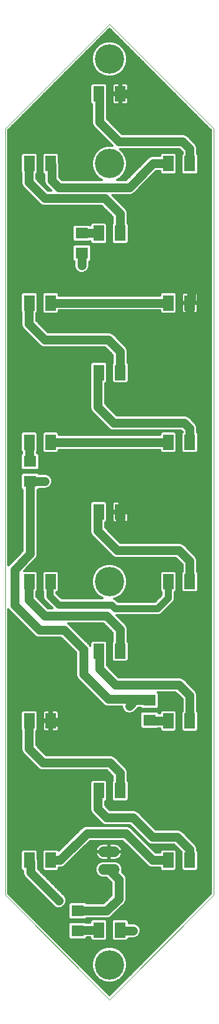
<source format=gtl>
G75*
%MOIN*%
%OFA0B0*%
%FSLAX25Y25*%
%IPPOS*%
%LPD*%
%AMOC8*
5,1,8,0,0,1.08239X$1,22.5*
%
%ADD10C,0.00000*%
%ADD11R,0.05906X0.08661*%
%ADD12C,0.06000*%
%ADD13R,0.07098X0.06299*%
%ADD14C,0.05000*%
%ADD15C,0.04362*%
%ADD16C,0.01200*%
%ADD17C,0.03969*%
%ADD18C,0.04000*%
%ADD19C,0.16598*%
D10*
X0020685Y0060655D02*
X0079740Y0001600D01*
X0138795Y0060655D01*
X0138795Y0493726D01*
X0079740Y0552781D01*
X0020685Y0493726D01*
X0020685Y0060655D01*
D11*
X0034268Y0080340D03*
X0046472Y0080340D03*
X0046472Y0159080D03*
X0034268Y0159080D03*
X0034268Y0237820D03*
X0046472Y0237820D03*
X0046472Y0316561D03*
X0034268Y0316561D03*
X0034268Y0395301D03*
X0046472Y0395301D03*
X0046472Y0474041D03*
X0034268Y0474041D03*
X0073638Y0513411D03*
X0085843Y0513411D03*
X0085843Y0434671D03*
X0073638Y0434671D03*
X0073638Y0355931D03*
X0085843Y0355931D03*
X0085843Y0277191D03*
X0073638Y0277191D03*
X0073638Y0198450D03*
X0085843Y0198450D03*
X0085843Y0119710D03*
X0073638Y0119710D03*
X0073638Y0040970D03*
X0085843Y0040970D03*
X0113008Y0080340D03*
X0125213Y0080340D03*
X0125213Y0159080D03*
X0113008Y0159080D03*
X0113008Y0237820D03*
X0125213Y0237820D03*
X0125213Y0316561D03*
X0113008Y0316561D03*
X0113008Y0395301D03*
X0125213Y0395301D03*
X0125213Y0474041D03*
X0113008Y0474041D03*
D12*
X0082425Y0085120D02*
X0076425Y0085120D01*
X0076425Y0075120D02*
X0082425Y0075120D01*
D13*
X0061795Y0051718D03*
X0061795Y0040521D03*
X0102480Y0159521D03*
X0102480Y0170718D03*
X0064150Y0423482D03*
X0064150Y0434679D03*
X0034835Y0305679D03*
X0034835Y0294482D03*
D14*
X0034835Y0253435D01*
X0026000Y0244600D01*
X0026000Y0224600D01*
X0040000Y0210600D01*
X0054000Y0210600D01*
X0065000Y0199600D01*
X0065000Y0185600D01*
X0079000Y0171600D01*
X0101598Y0171600D01*
X0102480Y0170718D01*
X0094118Y0170718D01*
X0091000Y0167600D01*
X0083000Y0179600D02*
X0074000Y0188600D01*
X0074000Y0198088D01*
X0073638Y0198450D01*
X0085843Y0210757D02*
X0078000Y0218600D01*
X0043000Y0218600D01*
X0034000Y0227600D01*
X0034000Y0237553D01*
X0034268Y0237820D01*
X0034835Y0294482D02*
X0034953Y0294600D01*
X0043000Y0294600D01*
X0046472Y0316561D02*
X0113008Y0316561D01*
X0122000Y0327600D02*
X0082000Y0327600D01*
X0073000Y0336600D01*
X0073000Y0355293D01*
X0073638Y0355931D01*
X0085843Y0367757D02*
X0079000Y0374600D01*
X0043000Y0374600D01*
X0034000Y0383600D01*
X0034000Y0395033D01*
X0034268Y0395301D01*
X0046472Y0395301D02*
X0113008Y0395301D01*
X0124000Y0405600D02*
X0126000Y0403600D01*
X0126000Y0396088D01*
X0125213Y0395301D01*
X0125213Y0335387D01*
X0133000Y0327600D01*
X0133000Y0309600D01*
X0128000Y0304600D01*
X0097000Y0304600D01*
X0088000Y0295600D01*
X0088000Y0279348D01*
X0085843Y0277191D01*
X0085843Y0271757D01*
X0087000Y0270600D01*
X0073000Y0266600D02*
X0084000Y0255600D01*
X0119000Y0255600D01*
X0125213Y0249387D01*
X0125213Y0237820D01*
X0119000Y0179600D02*
X0083000Y0179600D01*
X0085843Y0198450D02*
X0085843Y0210757D01*
X0073000Y0266600D02*
X0073000Y0276553D01*
X0073638Y0277191D01*
X0085843Y0355931D02*
X0085843Y0367757D01*
X0085843Y0434671D02*
X0085843Y0445757D01*
X0077000Y0454600D01*
X0043000Y0454600D01*
X0034000Y0463600D01*
X0034000Y0473773D01*
X0034268Y0474041D01*
X0046472Y0474041D02*
X0047000Y0473513D01*
X0047000Y0464600D01*
X0051000Y0460600D01*
X0091000Y0460600D01*
X0104441Y0474041D01*
X0113008Y0474041D01*
X0125213Y0482387D02*
X0121000Y0486600D01*
X0085000Y0486600D01*
X0074000Y0497600D01*
X0074000Y0513049D01*
X0073638Y0513411D01*
X0085843Y0513411D02*
X0092189Y0513411D01*
X0094000Y0511600D01*
X0073638Y0434671D02*
X0064157Y0434671D01*
X0064150Y0434679D01*
X0064150Y0423482D02*
X0064150Y0416750D01*
X0064000Y0416600D01*
X0034268Y0316561D02*
X0034268Y0306246D01*
X0034835Y0305679D01*
X0034268Y0159080D02*
X0034000Y0158813D01*
X0034000Y0143600D01*
X0042000Y0135600D01*
X0080000Y0135600D01*
X0085843Y0129757D01*
X0085843Y0119710D01*
X0089000Y0095600D02*
X0104000Y0080600D01*
X0112748Y0080600D01*
X0113008Y0080340D01*
X0125213Y0086387D02*
X0118000Y0093600D01*
X0104000Y0093600D01*
X0093000Y0104600D01*
X0078000Y0104600D01*
X0073000Y0109600D01*
X0073000Y0119072D01*
X0073638Y0119710D01*
X0067000Y0095600D02*
X0089000Y0095600D01*
X0079425Y0075120D02*
X0085000Y0069545D01*
X0085000Y0058600D01*
X0078118Y0051718D01*
X0061795Y0051718D01*
X0061795Y0040970D02*
X0061795Y0040521D01*
X0061795Y0040970D02*
X0073638Y0040970D01*
X0085843Y0040970D02*
X0086213Y0040600D01*
X0093000Y0040600D01*
X0051740Y0080340D02*
X0067000Y0095600D01*
X0051740Y0080340D02*
X0046472Y0080340D01*
X0035000Y0073600D02*
X0051000Y0057600D01*
X0035000Y0073600D02*
X0035000Y0079608D01*
X0034268Y0080340D01*
X0046953Y0158600D02*
X0046472Y0159080D01*
X0046953Y0158600D02*
X0054000Y0158600D01*
X0102480Y0159521D02*
X0102921Y0159080D01*
X0113008Y0159080D01*
X0125213Y0173387D02*
X0119000Y0179600D01*
X0125213Y0173387D02*
X0125213Y0159080D01*
X0125213Y0086387D02*
X0125213Y0080340D01*
X0125213Y0316561D02*
X0125213Y0324387D01*
X0122000Y0327600D01*
X0125213Y0474041D02*
X0125213Y0482387D01*
D15*
X0124000Y0405600D03*
X0094000Y0511600D03*
X0064000Y0416600D03*
X0043000Y0294600D03*
X0054000Y0158600D03*
X0087000Y0270600D03*
X0091000Y0167600D03*
D16*
X0089906Y0163399D02*
X0051025Y0163399D01*
X0051025Y0163622D02*
X0050916Y0164029D01*
X0050705Y0164393D01*
X0050408Y0164691D01*
X0050043Y0164902D01*
X0049636Y0165011D01*
X0047072Y0165011D01*
X0047072Y0159680D01*
X0045872Y0159680D01*
X0045872Y0158480D01*
X0041920Y0158480D01*
X0041920Y0154539D01*
X0042029Y0154132D01*
X0042239Y0153767D01*
X0042537Y0153469D01*
X0042902Y0153259D01*
X0043309Y0153150D01*
X0045872Y0153150D01*
X0045872Y0158480D01*
X0047072Y0158480D01*
X0047072Y0153150D01*
X0049636Y0153150D01*
X0050043Y0153259D01*
X0050408Y0153469D01*
X0050705Y0153767D01*
X0050916Y0154132D01*
X0051025Y0154539D01*
X0051025Y0158480D01*
X0047072Y0158480D01*
X0047072Y0159680D01*
X0051025Y0159680D01*
X0051025Y0163622D01*
X0050501Y0164598D02*
X0087921Y0164598D01*
X0087355Y0165164D02*
X0088564Y0163955D01*
X0090145Y0163300D01*
X0091855Y0163300D01*
X0093436Y0163955D01*
X0095899Y0166418D01*
X0097536Y0166418D01*
X0098186Y0165769D01*
X0106775Y0165769D01*
X0107830Y0166823D01*
X0107830Y0174613D01*
X0107143Y0175300D01*
X0117219Y0175300D01*
X0120913Y0171606D01*
X0120913Y0164609D01*
X0120460Y0164157D01*
X0120460Y0154004D01*
X0121514Y0152950D01*
X0128911Y0152950D01*
X0129965Y0154004D01*
X0129965Y0164157D01*
X0129513Y0164609D01*
X0129513Y0174243D01*
X0128858Y0175823D01*
X0122645Y0182036D01*
X0121436Y0183245D01*
X0119855Y0183900D01*
X0084781Y0183900D01*
X0078300Y0190381D01*
X0078300Y0193284D01*
X0078391Y0193374D01*
X0078391Y0203527D01*
X0077336Y0204581D01*
X0069939Y0204581D01*
X0068885Y0203527D01*
X0068885Y0201457D01*
X0068645Y0202036D01*
X0056436Y0214245D01*
X0056304Y0214300D01*
X0076219Y0214300D01*
X0081543Y0208976D01*
X0081543Y0203979D01*
X0081090Y0203527D01*
X0081090Y0193374D01*
X0082144Y0192320D01*
X0089541Y0192320D01*
X0090595Y0193374D01*
X0090595Y0203527D01*
X0090143Y0203979D01*
X0090143Y0211613D01*
X0089488Y0213193D01*
X0088278Y0214403D01*
X0083881Y0218800D01*
X0107756Y0218800D01*
X0109153Y0219379D01*
X0110221Y0220447D01*
X0116229Y0226455D01*
X0116808Y0227852D01*
X0116808Y0231791D01*
X0117761Y0232744D01*
X0117761Y0242897D01*
X0116706Y0243951D01*
X0109310Y0243951D01*
X0108255Y0242897D01*
X0108255Y0232744D01*
X0109208Y0231791D01*
X0109208Y0230182D01*
X0105426Y0226400D01*
X0084574Y0226400D01*
X0084221Y0226753D01*
X0083153Y0227821D01*
X0082481Y0228099D01*
X0083638Y0228409D01*
X0085941Y0229739D01*
X0087822Y0231619D01*
X0089151Y0233922D01*
X0089839Y0236491D01*
X0089839Y0239150D01*
X0089151Y0241719D01*
X0087822Y0244022D01*
X0085941Y0245902D01*
X0083638Y0247231D01*
X0081070Y0247920D01*
X0078411Y0247920D01*
X0075842Y0247231D01*
X0073539Y0245902D01*
X0071659Y0244022D01*
X0070329Y0241719D01*
X0069641Y0239150D01*
X0069641Y0236491D01*
X0070329Y0233922D01*
X0071659Y0231619D01*
X0073539Y0229739D01*
X0075842Y0228409D01*
X0075878Y0228400D01*
X0052574Y0228400D01*
X0049800Y0231174D01*
X0049800Y0231690D01*
X0050171Y0231690D01*
X0051225Y0232744D01*
X0051225Y0242897D01*
X0050171Y0243951D01*
X0042774Y0243951D01*
X0041720Y0242897D01*
X0041720Y0232744D01*
X0042200Y0232264D01*
X0042200Y0228844D01*
X0042779Y0227447D01*
X0043847Y0226379D01*
X0047326Y0222900D01*
X0044781Y0222900D01*
X0038300Y0229381D01*
X0038300Y0232024D01*
X0039020Y0232744D01*
X0039020Y0242897D01*
X0037966Y0243951D01*
X0031432Y0243951D01*
X0038480Y0250999D01*
X0039135Y0252579D01*
X0039135Y0289537D01*
X0039897Y0290300D01*
X0043855Y0290300D01*
X0045436Y0290955D01*
X0046645Y0292164D01*
X0047300Y0293745D01*
X0047300Y0295455D01*
X0046645Y0297036D01*
X0045436Y0298245D01*
X0043855Y0298900D01*
X0039661Y0298900D01*
X0039129Y0299431D01*
X0030540Y0299431D01*
X0029485Y0298377D01*
X0029485Y0290587D01*
X0030535Y0289537D01*
X0030535Y0255216D01*
X0023564Y0248245D01*
X0022485Y0247166D01*
X0022485Y0492980D01*
X0079740Y0550236D01*
X0136995Y0492980D01*
X0136995Y0061401D01*
X0079740Y0004146D01*
X0022485Y0061401D01*
X0022485Y0222034D01*
X0036355Y0208164D01*
X0037564Y0206955D01*
X0039145Y0206300D01*
X0052219Y0206300D01*
X0060700Y0197819D01*
X0060700Y0184745D01*
X0061355Y0183164D01*
X0075355Y0169164D01*
X0076564Y0167955D01*
X0078145Y0167300D01*
X0086700Y0167300D01*
X0086700Y0166745D01*
X0087355Y0165164D01*
X0087093Y0165796D02*
X0022485Y0165796D01*
X0022485Y0164598D02*
X0029956Y0164598D01*
X0029515Y0164157D02*
X0029515Y0154004D01*
X0029700Y0153819D01*
X0029700Y0142745D01*
X0030355Y0141164D01*
X0031564Y0139955D01*
X0039564Y0131955D01*
X0041145Y0131300D01*
X0078219Y0131300D01*
X0081543Y0127976D01*
X0081543Y0125239D01*
X0081090Y0124787D01*
X0081090Y0114634D01*
X0082144Y0113580D01*
X0089541Y0113580D01*
X0090595Y0114634D01*
X0090595Y0124787D01*
X0090143Y0125239D01*
X0090143Y0130613D01*
X0089488Y0132193D01*
X0083645Y0138036D01*
X0082436Y0139245D01*
X0080855Y0139900D01*
X0043781Y0139900D01*
X0038300Y0145381D01*
X0038300Y0153284D01*
X0039020Y0154004D01*
X0039020Y0164157D01*
X0037966Y0165211D01*
X0030569Y0165211D01*
X0029515Y0164157D01*
X0029515Y0163399D02*
X0022485Y0163399D01*
X0022485Y0162201D02*
X0029515Y0162201D01*
X0029515Y0161002D02*
X0022485Y0161002D01*
X0022485Y0159803D02*
X0029515Y0159803D01*
X0029515Y0158605D02*
X0022485Y0158605D01*
X0022485Y0157406D02*
X0029515Y0157406D01*
X0029515Y0156208D02*
X0022485Y0156208D01*
X0022485Y0155009D02*
X0029515Y0155009D01*
X0029700Y0153811D02*
X0022485Y0153811D01*
X0022485Y0152612D02*
X0029700Y0152612D01*
X0029700Y0151414D02*
X0022485Y0151414D01*
X0022485Y0150215D02*
X0029700Y0150215D01*
X0029700Y0149017D02*
X0022485Y0149017D01*
X0022485Y0147818D02*
X0029700Y0147818D01*
X0029700Y0146620D02*
X0022485Y0146620D01*
X0022485Y0145421D02*
X0029700Y0145421D01*
X0029700Y0144223D02*
X0022485Y0144223D01*
X0022485Y0143024D02*
X0029700Y0143024D01*
X0030081Y0141826D02*
X0022485Y0141826D01*
X0022485Y0140627D02*
X0030892Y0140627D01*
X0032090Y0139429D02*
X0022485Y0139429D01*
X0022485Y0138230D02*
X0033289Y0138230D01*
X0034487Y0137032D02*
X0022485Y0137032D01*
X0022485Y0135833D02*
X0035686Y0135833D01*
X0036884Y0134635D02*
X0022485Y0134635D01*
X0022485Y0133436D02*
X0038083Y0133436D01*
X0039281Y0132238D02*
X0022485Y0132238D01*
X0022485Y0131039D02*
X0078480Y0131039D01*
X0079678Y0129841D02*
X0022485Y0129841D01*
X0022485Y0128642D02*
X0080877Y0128642D01*
X0081543Y0127444D02*
X0022485Y0127444D01*
X0022485Y0126245D02*
X0081543Y0126245D01*
X0081350Y0125047D02*
X0078130Y0125047D01*
X0078391Y0124787D02*
X0077336Y0125841D01*
X0069939Y0125841D01*
X0068885Y0124787D01*
X0068885Y0120374D01*
X0068700Y0119928D01*
X0068700Y0108745D01*
X0069355Y0107164D01*
X0070564Y0105955D01*
X0075564Y0100955D01*
X0077145Y0100300D01*
X0091219Y0100300D01*
X0101564Y0089955D01*
X0103145Y0089300D01*
X0116219Y0089300D01*
X0120460Y0085059D01*
X0120460Y0075264D01*
X0121514Y0074209D01*
X0128911Y0074209D01*
X0129965Y0075264D01*
X0129965Y0085416D01*
X0129513Y0085869D01*
X0129513Y0087243D01*
X0128858Y0088823D01*
X0121645Y0096036D01*
X0120436Y0097245D01*
X0118855Y0097900D01*
X0105781Y0097900D01*
X0096645Y0107036D01*
X0095436Y0108245D01*
X0093855Y0108900D01*
X0079781Y0108900D01*
X0077300Y0111381D01*
X0077300Y0113580D01*
X0077336Y0113580D01*
X0078391Y0114634D01*
X0078391Y0124787D01*
X0078391Y0123848D02*
X0081090Y0123848D01*
X0081090Y0122650D02*
X0078391Y0122650D01*
X0078391Y0121451D02*
X0081090Y0121451D01*
X0081090Y0120253D02*
X0078391Y0120253D01*
X0078391Y0119054D02*
X0081090Y0119054D01*
X0081090Y0117856D02*
X0078391Y0117856D01*
X0078391Y0116657D02*
X0081090Y0116657D01*
X0081090Y0115459D02*
X0078391Y0115459D01*
X0078017Y0114260D02*
X0081464Y0114260D01*
X0079215Y0109466D02*
X0136995Y0109466D01*
X0136995Y0108268D02*
X0095382Y0108268D01*
X0096612Y0107069D02*
X0136995Y0107069D01*
X0136995Y0105870D02*
X0097811Y0105870D01*
X0099009Y0104672D02*
X0136995Y0104672D01*
X0136995Y0103473D02*
X0100208Y0103473D01*
X0101406Y0102275D02*
X0136995Y0102275D01*
X0136995Y0101076D02*
X0102605Y0101076D01*
X0103803Y0099878D02*
X0136995Y0099878D01*
X0136995Y0098679D02*
X0105002Y0098679D01*
X0101229Y0090290D02*
X0100391Y0090290D01*
X0100031Y0091488D02*
X0099193Y0091488D01*
X0098832Y0092687D02*
X0097994Y0092687D01*
X0097634Y0093885D02*
X0096796Y0093885D01*
X0096435Y0095084D02*
X0095597Y0095084D01*
X0095236Y0096282D02*
X0094399Y0096282D01*
X0094038Y0097481D02*
X0093200Y0097481D01*
X0092839Y0098679D02*
X0092002Y0098679D01*
X0091436Y0099245D02*
X0089855Y0099900D01*
X0066145Y0099900D01*
X0064564Y0099245D01*
X0063355Y0098036D01*
X0050980Y0085661D01*
X0050171Y0086471D01*
X0042774Y0086471D01*
X0041720Y0085416D01*
X0041720Y0075264D01*
X0042774Y0074209D01*
X0050171Y0074209D01*
X0051225Y0075264D01*
X0051225Y0076040D01*
X0052595Y0076040D01*
X0054176Y0076695D01*
X0068781Y0091300D01*
X0087219Y0091300D01*
X0100355Y0078164D01*
X0101564Y0076955D01*
X0103145Y0076300D01*
X0108255Y0076300D01*
X0108255Y0075264D01*
X0109310Y0074209D01*
X0116706Y0074209D01*
X0117761Y0075264D01*
X0117761Y0085416D01*
X0116706Y0086471D01*
X0109310Y0086471D01*
X0108255Y0085416D01*
X0108255Y0084900D01*
X0105781Y0084900D01*
X0091436Y0099245D01*
X0091641Y0099878D02*
X0089909Y0099878D01*
X0088229Y0090290D02*
X0067771Y0090290D01*
X0066572Y0089091D02*
X0074088Y0089091D01*
X0074014Y0089054D02*
X0073428Y0088628D01*
X0072917Y0088116D01*
X0072491Y0087531D01*
X0072162Y0086885D01*
X0071938Y0086197D01*
X0071831Y0085520D01*
X0079025Y0085520D01*
X0079025Y0089720D01*
X0076063Y0089720D01*
X0075348Y0089606D01*
X0074659Y0089383D01*
X0074014Y0089054D01*
X0072754Y0087893D02*
X0065374Y0087893D01*
X0064175Y0086694D02*
X0072100Y0086694D01*
X0071831Y0084720D02*
X0071938Y0084043D01*
X0072162Y0083354D01*
X0072491Y0082709D01*
X0072917Y0082123D01*
X0073428Y0081611D01*
X0074014Y0081185D01*
X0074659Y0080857D01*
X0075348Y0080633D01*
X0076063Y0080520D01*
X0079025Y0080520D01*
X0079025Y0084720D01*
X0071831Y0084720D01*
X0071898Y0084297D02*
X0061778Y0084297D01*
X0060580Y0083099D02*
X0072292Y0083099D01*
X0073139Y0081900D02*
X0059381Y0081900D01*
X0058183Y0080702D02*
X0075136Y0080702D01*
X0075470Y0079920D02*
X0073706Y0079189D01*
X0072356Y0077839D01*
X0071625Y0076074D01*
X0071625Y0074165D01*
X0072356Y0072401D01*
X0073706Y0071050D01*
X0075470Y0070320D01*
X0078144Y0070320D01*
X0080700Y0067764D01*
X0080700Y0060381D01*
X0076337Y0056018D01*
X0066740Y0056018D01*
X0066090Y0056668D01*
X0057500Y0056668D01*
X0056446Y0055613D01*
X0056446Y0047823D01*
X0057500Y0046769D01*
X0066090Y0046769D01*
X0066740Y0047418D01*
X0078973Y0047418D01*
X0080554Y0048073D01*
X0088645Y0056164D01*
X0089300Y0057745D01*
X0089300Y0070400D01*
X0088645Y0071981D01*
X0087001Y0073625D01*
X0087225Y0074165D01*
X0087225Y0076074D01*
X0086494Y0077839D01*
X0085144Y0079189D01*
X0083380Y0079920D01*
X0075470Y0079920D01*
X0074465Y0079503D02*
X0056984Y0079503D01*
X0055786Y0078305D02*
X0072822Y0078305D01*
X0072053Y0077106D02*
X0054587Y0077106D01*
X0051225Y0075908D02*
X0071625Y0075908D01*
X0071625Y0074709D02*
X0050671Y0074709D01*
X0048361Y0066320D02*
X0080700Y0066320D01*
X0080700Y0067518D02*
X0047163Y0067518D01*
X0045964Y0068717D02*
X0079747Y0068717D01*
X0078549Y0069915D02*
X0044766Y0069915D01*
X0043567Y0071114D02*
X0073643Y0071114D01*
X0072444Y0072312D02*
X0042369Y0072312D01*
X0041170Y0073511D02*
X0071896Y0073511D01*
X0077050Y0056732D02*
X0055295Y0056732D01*
X0055300Y0056745D02*
X0055300Y0058455D01*
X0054645Y0060036D01*
X0039300Y0075381D01*
X0039300Y0080463D01*
X0039020Y0081138D01*
X0039020Y0085416D01*
X0037966Y0086471D01*
X0030569Y0086471D01*
X0029515Y0085416D01*
X0029515Y0075264D01*
X0030569Y0074209D01*
X0030700Y0074209D01*
X0030700Y0072745D01*
X0031355Y0071164D01*
X0032564Y0069955D01*
X0048564Y0053955D01*
X0050145Y0053300D01*
X0051855Y0053300D01*
X0053436Y0053955D01*
X0054645Y0055164D01*
X0055300Y0056745D01*
X0055300Y0057930D02*
X0078249Y0057930D01*
X0079447Y0059129D02*
X0055021Y0059129D01*
X0054354Y0060327D02*
X0080646Y0060327D01*
X0080700Y0061526D02*
X0053156Y0061526D01*
X0051957Y0062724D02*
X0080700Y0062724D01*
X0080700Y0063923D02*
X0050759Y0063923D01*
X0049560Y0065121D02*
X0080700Y0065121D01*
X0083220Y0050739D02*
X0126334Y0050739D01*
X0127532Y0051937D02*
X0084419Y0051937D01*
X0085617Y0053136D02*
X0128731Y0053136D01*
X0129929Y0054334D02*
X0086816Y0054334D01*
X0088014Y0055533D02*
X0131128Y0055533D01*
X0132326Y0056732D02*
X0088880Y0056732D01*
X0089300Y0057930D02*
X0133525Y0057930D01*
X0134723Y0059129D02*
X0089300Y0059129D01*
X0089300Y0060327D02*
X0135922Y0060327D01*
X0136995Y0061526D02*
X0089300Y0061526D01*
X0089300Y0062724D02*
X0136995Y0062724D01*
X0136995Y0063923D02*
X0089300Y0063923D01*
X0089300Y0065121D02*
X0136995Y0065121D01*
X0136995Y0066320D02*
X0089300Y0066320D01*
X0089300Y0067518D02*
X0136995Y0067518D01*
X0136995Y0068717D02*
X0089300Y0068717D01*
X0089300Y0069915D02*
X0136995Y0069915D01*
X0136995Y0071114D02*
X0089004Y0071114D01*
X0088314Y0072312D02*
X0136995Y0072312D01*
X0136995Y0073511D02*
X0087115Y0073511D01*
X0087225Y0074709D02*
X0108810Y0074709D01*
X0108255Y0075908D02*
X0087225Y0075908D01*
X0086798Y0077106D02*
X0101413Y0077106D01*
X0100214Y0078305D02*
X0086028Y0078305D01*
X0084385Y0079503D02*
X0099016Y0079503D01*
X0097817Y0080702D02*
X0083714Y0080702D01*
X0083502Y0080633D02*
X0084191Y0080857D01*
X0084836Y0081185D01*
X0085422Y0081611D01*
X0085934Y0082123D01*
X0086359Y0082709D01*
X0086688Y0083354D01*
X0086912Y0084043D01*
X0087019Y0084720D01*
X0079825Y0084720D01*
X0079825Y0085520D01*
X0079025Y0085520D01*
X0079025Y0084720D01*
X0079825Y0084720D01*
X0079825Y0080520D01*
X0082787Y0080520D01*
X0083502Y0080633D01*
X0085934Y0088116D02*
X0085422Y0088628D01*
X0084836Y0089054D01*
X0084191Y0089383D01*
X0083502Y0089606D01*
X0082787Y0089720D01*
X0079825Y0089720D01*
X0079825Y0085520D01*
X0087019Y0085520D01*
X0086912Y0086197D01*
X0086688Y0086885D01*
X0086359Y0087531D01*
X0085934Y0088116D01*
X0086096Y0087893D02*
X0090626Y0087893D01*
X0089428Y0089091D02*
X0084763Y0089091D01*
X0086750Y0086694D02*
X0091825Y0086694D01*
X0093023Y0085496D02*
X0079825Y0085496D01*
X0079025Y0085496D02*
X0062977Y0085496D01*
X0059204Y0093885D02*
X0022485Y0093885D01*
X0022485Y0092687D02*
X0058006Y0092687D01*
X0056807Y0091488D02*
X0022485Y0091488D01*
X0022485Y0090290D02*
X0055609Y0090290D01*
X0054410Y0089091D02*
X0022485Y0089091D01*
X0022485Y0087893D02*
X0053212Y0087893D01*
X0052013Y0086694D02*
X0022485Y0086694D01*
X0022485Y0085496D02*
X0029594Y0085496D01*
X0029515Y0084297D02*
X0022485Y0084297D01*
X0022485Y0083099D02*
X0029515Y0083099D01*
X0029515Y0081900D02*
X0022485Y0081900D01*
X0022485Y0080702D02*
X0029515Y0080702D01*
X0029515Y0079503D02*
X0022485Y0079503D01*
X0022485Y0078305D02*
X0029515Y0078305D01*
X0029515Y0077106D02*
X0022485Y0077106D01*
X0022485Y0075908D02*
X0029515Y0075908D01*
X0030070Y0074709D02*
X0022485Y0074709D01*
X0022485Y0073511D02*
X0030700Y0073511D01*
X0030879Y0072312D02*
X0022485Y0072312D01*
X0022485Y0071114D02*
X0031405Y0071114D01*
X0032604Y0069915D02*
X0022485Y0069915D01*
X0022485Y0068717D02*
X0033802Y0068717D01*
X0035001Y0067518D02*
X0022485Y0067518D01*
X0022485Y0066320D02*
X0036199Y0066320D01*
X0037398Y0065121D02*
X0022485Y0065121D01*
X0022485Y0063923D02*
X0038596Y0063923D01*
X0039795Y0062724D02*
X0022485Y0062724D01*
X0022485Y0061526D02*
X0040993Y0061526D01*
X0042192Y0060327D02*
X0023559Y0060327D01*
X0024757Y0059129D02*
X0043390Y0059129D01*
X0044589Y0057930D02*
X0025956Y0057930D01*
X0027154Y0056732D02*
X0045787Y0056732D01*
X0046986Y0055533D02*
X0028353Y0055533D01*
X0029551Y0054334D02*
X0048184Y0054334D01*
X0043933Y0039952D02*
X0056446Y0039952D01*
X0056446Y0038754D02*
X0045132Y0038754D01*
X0046330Y0037555D02*
X0056446Y0037555D01*
X0056446Y0036626D02*
X0057500Y0035572D01*
X0066090Y0035572D01*
X0067144Y0036626D01*
X0067144Y0036670D01*
X0068885Y0036670D01*
X0068885Y0035894D01*
X0069939Y0034839D01*
X0077336Y0034839D01*
X0078391Y0035894D01*
X0078391Y0046046D01*
X0077336Y0047101D01*
X0069939Y0047101D01*
X0068885Y0046046D01*
X0068885Y0045270D01*
X0066291Y0045270D01*
X0066090Y0045471D01*
X0057500Y0045471D01*
X0056446Y0044416D01*
X0056446Y0036626D01*
X0056715Y0036357D02*
X0047529Y0036357D01*
X0048727Y0035158D02*
X0069620Y0035158D01*
X0068885Y0036357D02*
X0066875Y0036357D01*
X0068885Y0045945D02*
X0037941Y0045945D01*
X0039139Y0044746D02*
X0056776Y0044746D01*
X0056446Y0043548D02*
X0040338Y0043548D01*
X0041536Y0042349D02*
X0056446Y0042349D01*
X0056446Y0041151D02*
X0042735Y0041151D01*
X0036742Y0047143D02*
X0057126Y0047143D01*
X0056446Y0048342D02*
X0035544Y0048342D01*
X0034345Y0049540D02*
X0056446Y0049540D01*
X0056446Y0050739D02*
X0033147Y0050739D01*
X0031948Y0051937D02*
X0056446Y0051937D01*
X0056446Y0053136D02*
X0030750Y0053136D01*
X0039300Y0075908D02*
X0041720Y0075908D01*
X0041720Y0077106D02*
X0039300Y0077106D01*
X0039300Y0078305D02*
X0041720Y0078305D01*
X0041720Y0079503D02*
X0039300Y0079503D01*
X0039201Y0080702D02*
X0041720Y0080702D01*
X0041720Y0081900D02*
X0039020Y0081900D01*
X0039020Y0083099D02*
X0041720Y0083099D01*
X0041720Y0084297D02*
X0039020Y0084297D01*
X0038941Y0085496D02*
X0041799Y0085496D01*
X0042274Y0074709D02*
X0039972Y0074709D01*
X0049926Y0033960D02*
X0109554Y0033960D01*
X0108356Y0032761D02*
X0051124Y0032761D01*
X0052323Y0031563D02*
X0107157Y0031563D01*
X0105959Y0030364D02*
X0084213Y0030364D01*
X0083638Y0030696D02*
X0081070Y0031384D01*
X0078411Y0031384D01*
X0075842Y0030696D01*
X0073539Y0029366D01*
X0071659Y0027486D01*
X0070329Y0025183D01*
X0069641Y0022615D01*
X0069641Y0019955D01*
X0070329Y0017387D01*
X0071659Y0015084D01*
X0073539Y0013204D01*
X0075842Y0011874D01*
X0078411Y0011186D01*
X0081070Y0011186D01*
X0083638Y0011874D01*
X0085941Y0013204D01*
X0087822Y0015084D01*
X0089151Y0017387D01*
X0089839Y0019955D01*
X0089839Y0022615D01*
X0089151Y0025183D01*
X0087822Y0027486D01*
X0085941Y0029366D01*
X0083638Y0030696D01*
X0082144Y0034839D02*
X0089541Y0034839D01*
X0090595Y0035894D01*
X0090595Y0036300D01*
X0093855Y0036300D01*
X0095436Y0036955D01*
X0096645Y0038164D01*
X0097300Y0039745D01*
X0097300Y0041455D01*
X0096645Y0043036D01*
X0095436Y0044245D01*
X0093855Y0044900D01*
X0090595Y0044900D01*
X0090595Y0046046D01*
X0089541Y0047101D01*
X0082144Y0047101D01*
X0081090Y0046046D01*
X0081090Y0035894D01*
X0082144Y0034839D01*
X0081825Y0035158D02*
X0077655Y0035158D01*
X0078391Y0036357D02*
X0081090Y0036357D01*
X0081090Y0037555D02*
X0078391Y0037555D01*
X0078391Y0038754D02*
X0081090Y0038754D01*
X0081090Y0039952D02*
X0078391Y0039952D01*
X0078391Y0041151D02*
X0081090Y0041151D01*
X0081090Y0042349D02*
X0078391Y0042349D01*
X0078391Y0043548D02*
X0081090Y0043548D01*
X0081090Y0044746D02*
X0078391Y0044746D01*
X0078391Y0045945D02*
X0081090Y0045945D01*
X0080823Y0048342D02*
X0123937Y0048342D01*
X0125135Y0049540D02*
X0082022Y0049540D01*
X0086142Y0029166D02*
X0104760Y0029166D01*
X0103562Y0027967D02*
X0087340Y0027967D01*
X0088236Y0026769D02*
X0102363Y0026769D01*
X0101165Y0025570D02*
X0088928Y0025570D01*
X0089369Y0024372D02*
X0099966Y0024372D01*
X0098768Y0023173D02*
X0089690Y0023173D01*
X0089839Y0021975D02*
X0097569Y0021975D01*
X0096371Y0020776D02*
X0089839Y0020776D01*
X0089738Y0019578D02*
X0095172Y0019578D01*
X0093974Y0018379D02*
X0089417Y0018379D01*
X0089032Y0017181D02*
X0092775Y0017181D01*
X0091577Y0015982D02*
X0088340Y0015982D01*
X0087521Y0014784D02*
X0090378Y0014784D01*
X0089180Y0013585D02*
X0086323Y0013585D01*
X0087981Y0012387D02*
X0084526Y0012387D01*
X0086783Y0011188D02*
X0081078Y0011188D01*
X0081989Y0006394D02*
X0077492Y0006394D01*
X0078690Y0005196D02*
X0080790Y0005196D01*
X0083187Y0007593D02*
X0076293Y0007593D01*
X0075095Y0008791D02*
X0084386Y0008791D01*
X0085584Y0009990D02*
X0073896Y0009990D01*
X0072698Y0011188D02*
X0078402Y0011188D01*
X0074954Y0012387D02*
X0071499Y0012387D01*
X0070301Y0013585D02*
X0073158Y0013585D01*
X0071959Y0014784D02*
X0069102Y0014784D01*
X0067904Y0015982D02*
X0071140Y0015982D01*
X0070448Y0017181D02*
X0066705Y0017181D01*
X0065507Y0018379D02*
X0070063Y0018379D01*
X0069742Y0019578D02*
X0064308Y0019578D01*
X0063110Y0020776D02*
X0069641Y0020776D01*
X0069641Y0021975D02*
X0061911Y0021975D01*
X0060713Y0023173D02*
X0069791Y0023173D01*
X0070112Y0024372D02*
X0059514Y0024372D01*
X0058316Y0025570D02*
X0070553Y0025570D01*
X0071245Y0026769D02*
X0057117Y0026769D01*
X0055918Y0027967D02*
X0072140Y0027967D01*
X0073338Y0029166D02*
X0054720Y0029166D01*
X0053521Y0030364D02*
X0075267Y0030364D01*
X0066465Y0047143D02*
X0122738Y0047143D01*
X0121539Y0045945D02*
X0090595Y0045945D01*
X0093993Y0036357D02*
X0111951Y0036357D01*
X0110753Y0035158D02*
X0089860Y0035158D01*
X0094226Y0044746D02*
X0120341Y0044746D01*
X0119142Y0043548D02*
X0096133Y0043548D01*
X0096930Y0042349D02*
X0117944Y0042349D01*
X0116745Y0041151D02*
X0097300Y0041151D01*
X0097300Y0039952D02*
X0115547Y0039952D01*
X0114348Y0038754D02*
X0096890Y0038754D01*
X0096036Y0037555D02*
X0113150Y0037555D01*
X0117206Y0074709D02*
X0121015Y0074709D01*
X0120460Y0075908D02*
X0117761Y0075908D01*
X0117761Y0077106D02*
X0120460Y0077106D01*
X0120460Y0078305D02*
X0117761Y0078305D01*
X0117761Y0079503D02*
X0120460Y0079503D01*
X0120460Y0080702D02*
X0117761Y0080702D01*
X0117761Y0081900D02*
X0120460Y0081900D01*
X0120460Y0083099D02*
X0117761Y0083099D01*
X0117761Y0084297D02*
X0120460Y0084297D01*
X0120023Y0085496D02*
X0117681Y0085496D01*
X0118825Y0086694D02*
X0103987Y0086694D01*
X0105185Y0085496D02*
X0108334Y0085496D01*
X0102788Y0087893D02*
X0117626Y0087893D01*
X0116428Y0089091D02*
X0101590Y0089091D01*
X0096619Y0081900D02*
X0085711Y0081900D01*
X0086558Y0083099D02*
X0095420Y0083099D01*
X0094222Y0084297D02*
X0086952Y0084297D01*
X0079825Y0084297D02*
X0079025Y0084297D01*
X0079025Y0083099D02*
X0079825Y0083099D01*
X0079825Y0081900D02*
X0079025Y0081900D01*
X0079025Y0080702D02*
X0079825Y0080702D01*
X0079825Y0086694D02*
X0079025Y0086694D01*
X0079025Y0087893D02*
X0079825Y0087893D01*
X0079825Y0089091D02*
X0079025Y0089091D01*
X0075442Y0101076D02*
X0022485Y0101076D01*
X0022485Y0099878D02*
X0066091Y0099878D01*
X0068700Y0109466D02*
X0022485Y0109466D01*
X0022485Y0108268D02*
X0068898Y0108268D01*
X0069450Y0107069D02*
X0022485Y0107069D01*
X0022485Y0105870D02*
X0070648Y0105870D01*
X0071847Y0104672D02*
X0022485Y0104672D01*
X0022485Y0103473D02*
X0073045Y0103473D01*
X0074244Y0102275D02*
X0022485Y0102275D01*
X0022485Y0098679D02*
X0063998Y0098679D01*
X0062800Y0097481D02*
X0022485Y0097481D01*
X0022485Y0096282D02*
X0061601Y0096282D01*
X0060403Y0095084D02*
X0022485Y0095084D01*
X0022485Y0110665D02*
X0068700Y0110665D01*
X0068700Y0111863D02*
X0022485Y0111863D01*
X0022485Y0113062D02*
X0068700Y0113062D01*
X0068700Y0114260D02*
X0022485Y0114260D01*
X0022485Y0115459D02*
X0068700Y0115459D01*
X0068700Y0116657D02*
X0022485Y0116657D01*
X0022485Y0117856D02*
X0068700Y0117856D01*
X0068700Y0119054D02*
X0022485Y0119054D01*
X0022485Y0120253D02*
X0068835Y0120253D01*
X0068885Y0121451D02*
X0022485Y0121451D01*
X0022485Y0122650D02*
X0068885Y0122650D01*
X0068885Y0123848D02*
X0022485Y0123848D01*
X0022485Y0125047D02*
X0069145Y0125047D01*
X0077300Y0113062D02*
X0136995Y0113062D01*
X0136995Y0114260D02*
X0090221Y0114260D01*
X0090595Y0115459D02*
X0136995Y0115459D01*
X0136995Y0116657D02*
X0090595Y0116657D01*
X0090595Y0117856D02*
X0136995Y0117856D01*
X0136995Y0119054D02*
X0090595Y0119054D01*
X0090595Y0120253D02*
X0136995Y0120253D01*
X0136995Y0121451D02*
X0090595Y0121451D01*
X0090595Y0122650D02*
X0136995Y0122650D01*
X0136995Y0123848D02*
X0090595Y0123848D01*
X0090335Y0125047D02*
X0136995Y0125047D01*
X0136995Y0126245D02*
X0090143Y0126245D01*
X0090143Y0127444D02*
X0136995Y0127444D01*
X0136995Y0128642D02*
X0090143Y0128642D01*
X0090143Y0129841D02*
X0136995Y0129841D01*
X0136995Y0131039D02*
X0089966Y0131039D01*
X0089443Y0132238D02*
X0136995Y0132238D01*
X0136995Y0133436D02*
X0088245Y0133436D01*
X0087046Y0134635D02*
X0136995Y0134635D01*
X0136995Y0135833D02*
X0085848Y0135833D01*
X0084649Y0137032D02*
X0136995Y0137032D01*
X0136995Y0138230D02*
X0083451Y0138230D01*
X0081993Y0139429D02*
X0136995Y0139429D01*
X0136995Y0140627D02*
X0043054Y0140627D01*
X0041855Y0141826D02*
X0136995Y0141826D01*
X0136995Y0143024D02*
X0040657Y0143024D01*
X0039458Y0144223D02*
X0136995Y0144223D01*
X0136995Y0145421D02*
X0038300Y0145421D01*
X0038300Y0146620D02*
X0136995Y0146620D01*
X0136995Y0147818D02*
X0038300Y0147818D01*
X0038300Y0149017D02*
X0136995Y0149017D01*
X0136995Y0150215D02*
X0038300Y0150215D01*
X0038300Y0151414D02*
X0136995Y0151414D01*
X0136995Y0152612D02*
X0038300Y0152612D01*
X0038827Y0153811D02*
X0042214Y0153811D01*
X0041920Y0155009D02*
X0039020Y0155009D01*
X0039020Y0156208D02*
X0041920Y0156208D01*
X0041920Y0157406D02*
X0039020Y0157406D01*
X0039020Y0158605D02*
X0045872Y0158605D01*
X0045872Y0159680D02*
X0041920Y0159680D01*
X0041920Y0163622D01*
X0042029Y0164029D01*
X0042239Y0164393D01*
X0042537Y0164691D01*
X0042902Y0164902D01*
X0043309Y0165011D01*
X0045872Y0165011D01*
X0045872Y0159680D01*
X0045872Y0159803D02*
X0047072Y0159803D01*
X0047072Y0158605D02*
X0097131Y0158605D01*
X0097131Y0159803D02*
X0051025Y0159803D01*
X0051025Y0161002D02*
X0097131Y0161002D01*
X0097131Y0162201D02*
X0051025Y0162201D01*
X0051025Y0157406D02*
X0097131Y0157406D01*
X0097131Y0156208D02*
X0051025Y0156208D01*
X0051025Y0155009D02*
X0097748Y0155009D01*
X0098186Y0154572D02*
X0106775Y0154572D01*
X0106984Y0154780D01*
X0108255Y0154780D01*
X0108255Y0154004D01*
X0109310Y0152950D01*
X0116706Y0152950D01*
X0117761Y0154004D01*
X0117761Y0164157D01*
X0116706Y0165211D01*
X0109310Y0165211D01*
X0108255Y0164157D01*
X0108255Y0163380D01*
X0107830Y0163380D01*
X0107830Y0163416D01*
X0106775Y0164471D01*
X0098186Y0164471D01*
X0097131Y0163416D01*
X0097131Y0155626D01*
X0098186Y0154572D01*
X0097131Y0163399D02*
X0092094Y0163399D01*
X0094079Y0164598D02*
X0108696Y0164598D01*
X0108255Y0163399D02*
X0107830Y0163399D01*
X0106803Y0165796D02*
X0120913Y0165796D01*
X0120901Y0164598D02*
X0117320Y0164598D01*
X0117761Y0163399D02*
X0120460Y0163399D01*
X0120460Y0162201D02*
X0117761Y0162201D01*
X0117761Y0161002D02*
X0120460Y0161002D01*
X0120460Y0159803D02*
X0117761Y0159803D01*
X0117761Y0158605D02*
X0120460Y0158605D01*
X0120460Y0157406D02*
X0117761Y0157406D01*
X0117761Y0156208D02*
X0120460Y0156208D01*
X0120460Y0155009D02*
X0117761Y0155009D01*
X0117568Y0153811D02*
X0120653Y0153811D01*
X0120913Y0166995D02*
X0107830Y0166995D01*
X0107830Y0168193D02*
X0120913Y0168193D01*
X0120913Y0169392D02*
X0107830Y0169392D01*
X0107830Y0170590D02*
X0120913Y0170590D01*
X0120730Y0171789D02*
X0107830Y0171789D01*
X0107830Y0172987D02*
X0119532Y0172987D01*
X0118333Y0174186D02*
X0107830Y0174186D01*
X0108448Y0153811D02*
X0050731Y0153811D01*
X0047072Y0153811D02*
X0045872Y0153811D01*
X0045872Y0155009D02*
X0047072Y0155009D01*
X0047072Y0156208D02*
X0045872Y0156208D01*
X0045872Y0157406D02*
X0047072Y0157406D01*
X0047072Y0161002D02*
X0045872Y0161002D01*
X0045872Y0162201D02*
X0047072Y0162201D01*
X0047072Y0163399D02*
X0045872Y0163399D01*
X0045872Y0164598D02*
X0047072Y0164598D01*
X0042443Y0164598D02*
X0038580Y0164598D01*
X0039020Y0163399D02*
X0041920Y0163399D01*
X0041920Y0162201D02*
X0039020Y0162201D01*
X0039020Y0161002D02*
X0041920Y0161002D01*
X0041920Y0159803D02*
X0039020Y0159803D01*
X0038552Y0206545D02*
X0022485Y0206545D01*
X0022485Y0205347D02*
X0053172Y0205347D01*
X0054370Y0204148D02*
X0022485Y0204148D01*
X0022485Y0202950D02*
X0055569Y0202950D01*
X0056767Y0201751D02*
X0022485Y0201751D01*
X0022485Y0200553D02*
X0057966Y0200553D01*
X0059165Y0199354D02*
X0022485Y0199354D01*
X0022485Y0198156D02*
X0060363Y0198156D01*
X0060700Y0196957D02*
X0022485Y0196957D01*
X0022485Y0195759D02*
X0060700Y0195759D01*
X0060700Y0194560D02*
X0022485Y0194560D01*
X0022485Y0193362D02*
X0060700Y0193362D01*
X0060700Y0192163D02*
X0022485Y0192163D01*
X0022485Y0190965D02*
X0060700Y0190965D01*
X0060700Y0189766D02*
X0022485Y0189766D01*
X0022485Y0188568D02*
X0060700Y0188568D01*
X0060700Y0187369D02*
X0022485Y0187369D01*
X0022485Y0186171D02*
X0060700Y0186171D01*
X0060700Y0184972D02*
X0022485Y0184972D01*
X0022485Y0183774D02*
X0061102Y0183774D01*
X0061944Y0182575D02*
X0022485Y0182575D01*
X0022485Y0181377D02*
X0063142Y0181377D01*
X0064341Y0180178D02*
X0022485Y0180178D01*
X0022485Y0178980D02*
X0065539Y0178980D01*
X0066738Y0177781D02*
X0022485Y0177781D01*
X0022485Y0176583D02*
X0067936Y0176583D01*
X0069135Y0175384D02*
X0022485Y0175384D01*
X0022485Y0174186D02*
X0070333Y0174186D01*
X0071532Y0172987D02*
X0022485Y0172987D01*
X0022485Y0171789D02*
X0072730Y0171789D01*
X0073929Y0170590D02*
X0022485Y0170590D01*
X0022485Y0169392D02*
X0075127Y0169392D01*
X0075355Y0169164D02*
X0075355Y0169164D01*
X0076326Y0168193D02*
X0022485Y0168193D01*
X0022485Y0166995D02*
X0086700Y0166995D01*
X0083709Y0184972D02*
X0136995Y0184972D01*
X0136995Y0183774D02*
X0120160Y0183774D01*
X0122106Y0182575D02*
X0136995Y0182575D01*
X0136995Y0181377D02*
X0123304Y0181377D01*
X0124503Y0180178D02*
X0136995Y0180178D01*
X0136995Y0178980D02*
X0125701Y0178980D01*
X0126900Y0177781D02*
X0136995Y0177781D01*
X0136995Y0176583D02*
X0128098Y0176583D01*
X0129040Y0175384D02*
X0136995Y0175384D01*
X0136995Y0174186D02*
X0129513Y0174186D01*
X0129513Y0172987D02*
X0136995Y0172987D01*
X0136995Y0171789D02*
X0129513Y0171789D01*
X0129513Y0170590D02*
X0136995Y0170590D01*
X0136995Y0169392D02*
X0129513Y0169392D01*
X0129513Y0168193D02*
X0136995Y0168193D01*
X0136995Y0166995D02*
X0129513Y0166995D01*
X0129513Y0165796D02*
X0136995Y0165796D01*
X0136995Y0164598D02*
X0129524Y0164598D01*
X0129965Y0163399D02*
X0136995Y0163399D01*
X0136995Y0162201D02*
X0129965Y0162201D01*
X0129965Y0161002D02*
X0136995Y0161002D01*
X0136995Y0159803D02*
X0129965Y0159803D01*
X0129965Y0158605D02*
X0136995Y0158605D01*
X0136995Y0157406D02*
X0129965Y0157406D01*
X0129965Y0156208D02*
X0136995Y0156208D01*
X0136995Y0155009D02*
X0129965Y0155009D01*
X0129772Y0153811D02*
X0136995Y0153811D01*
X0136995Y0186171D02*
X0082510Y0186171D01*
X0081312Y0187369D02*
X0136995Y0187369D01*
X0136995Y0188568D02*
X0080113Y0188568D01*
X0078915Y0189766D02*
X0136995Y0189766D01*
X0136995Y0190965D02*
X0078300Y0190965D01*
X0078300Y0192163D02*
X0136995Y0192163D01*
X0136995Y0193362D02*
X0090583Y0193362D01*
X0090595Y0194560D02*
X0136995Y0194560D01*
X0136995Y0195759D02*
X0090595Y0195759D01*
X0090595Y0196957D02*
X0136995Y0196957D01*
X0136995Y0198156D02*
X0090595Y0198156D01*
X0090595Y0199354D02*
X0136995Y0199354D01*
X0136995Y0200553D02*
X0090595Y0200553D01*
X0090595Y0201751D02*
X0136995Y0201751D01*
X0136995Y0202950D02*
X0090595Y0202950D01*
X0090143Y0204148D02*
X0136995Y0204148D01*
X0136995Y0205347D02*
X0090143Y0205347D01*
X0090143Y0206545D02*
X0136995Y0206545D01*
X0136995Y0207744D02*
X0090143Y0207744D01*
X0090143Y0208942D02*
X0136995Y0208942D01*
X0136995Y0210141D02*
X0090143Y0210141D01*
X0090143Y0211339D02*
X0136995Y0211339D01*
X0136995Y0212538D02*
X0089759Y0212538D01*
X0088945Y0213737D02*
X0136995Y0213737D01*
X0136995Y0214935D02*
X0087746Y0214935D01*
X0088278Y0214403D02*
X0088278Y0214403D01*
X0086548Y0216134D02*
X0136995Y0216134D01*
X0136995Y0217332D02*
X0085349Y0217332D01*
X0084151Y0218531D02*
X0136995Y0218531D01*
X0136995Y0219729D02*
X0109503Y0219729D01*
X0110702Y0220928D02*
X0136995Y0220928D01*
X0136995Y0222126D02*
X0111900Y0222126D01*
X0113099Y0223325D02*
X0136995Y0223325D01*
X0136995Y0224523D02*
X0114297Y0224523D01*
X0115496Y0225722D02*
X0136995Y0225722D01*
X0136995Y0226920D02*
X0116422Y0226920D01*
X0116808Y0228119D02*
X0136995Y0228119D01*
X0136995Y0229317D02*
X0116808Y0229317D01*
X0116808Y0230516D02*
X0136995Y0230516D01*
X0136995Y0231714D02*
X0128935Y0231714D01*
X0128911Y0231690D02*
X0129965Y0232744D01*
X0129965Y0242897D01*
X0129513Y0243350D01*
X0129513Y0250243D01*
X0128858Y0251823D01*
X0122645Y0258036D01*
X0121436Y0259245D01*
X0119855Y0259900D01*
X0085781Y0259900D01*
X0077300Y0268381D01*
X0077300Y0271060D01*
X0077336Y0271060D01*
X0078391Y0272114D01*
X0078391Y0282267D01*
X0077336Y0283321D01*
X0069939Y0283321D01*
X0068885Y0282267D01*
X0068885Y0277855D01*
X0068700Y0277408D01*
X0068700Y0265745D01*
X0069355Y0264164D01*
X0070564Y0262955D01*
X0081564Y0251955D01*
X0083145Y0251300D01*
X0117219Y0251300D01*
X0120913Y0247606D01*
X0120913Y0243350D01*
X0120460Y0242897D01*
X0120460Y0232744D01*
X0121514Y0231690D01*
X0128911Y0231690D01*
X0129965Y0232913D02*
X0136995Y0232913D01*
X0136995Y0234111D02*
X0129965Y0234111D01*
X0129965Y0235310D02*
X0136995Y0235310D01*
X0136995Y0236508D02*
X0129965Y0236508D01*
X0129965Y0237707D02*
X0136995Y0237707D01*
X0136995Y0238905D02*
X0129965Y0238905D01*
X0129965Y0240104D02*
X0136995Y0240104D01*
X0136995Y0241302D02*
X0129965Y0241302D01*
X0129965Y0242501D02*
X0136995Y0242501D01*
X0136995Y0243699D02*
X0129513Y0243699D01*
X0129513Y0244898D02*
X0136995Y0244898D01*
X0136995Y0246096D02*
X0129513Y0246096D01*
X0129513Y0247295D02*
X0136995Y0247295D01*
X0136995Y0248493D02*
X0129513Y0248493D01*
X0129513Y0249692D02*
X0136995Y0249692D01*
X0136995Y0250890D02*
X0129244Y0250890D01*
X0128592Y0252089D02*
X0136995Y0252089D01*
X0136995Y0253287D02*
X0127394Y0253287D01*
X0126195Y0254486D02*
X0136995Y0254486D01*
X0136995Y0255684D02*
X0124997Y0255684D01*
X0123798Y0256883D02*
X0136995Y0256883D01*
X0136995Y0258081D02*
X0122600Y0258081D01*
X0121352Y0259280D02*
X0136995Y0259280D01*
X0136995Y0260478D02*
X0085203Y0260478D01*
X0084004Y0261677D02*
X0136995Y0261677D01*
X0136995Y0262875D02*
X0082806Y0262875D01*
X0081607Y0264074D02*
X0136995Y0264074D01*
X0136995Y0265272D02*
X0080409Y0265272D01*
X0079210Y0266471D02*
X0136995Y0266471D01*
X0136995Y0267670D02*
X0078012Y0267670D01*
X0077300Y0268868D02*
X0136995Y0268868D01*
X0136995Y0270067D02*
X0077300Y0270067D01*
X0077541Y0271265D02*
X0082660Y0271265D01*
X0082679Y0271260D02*
X0085243Y0271260D01*
X0085243Y0276591D01*
X0086442Y0276591D01*
X0086442Y0271260D01*
X0089006Y0271260D01*
X0089413Y0271369D01*
X0089778Y0271580D01*
X0090076Y0271877D01*
X0090286Y0272242D01*
X0090395Y0272649D01*
X0090395Y0276591D01*
X0086443Y0276591D01*
X0086443Y0277791D01*
X0090395Y0277791D01*
X0090395Y0281732D01*
X0090286Y0282139D01*
X0090076Y0282504D01*
X0089778Y0282802D01*
X0089413Y0283012D01*
X0089006Y0283121D01*
X0086442Y0283121D01*
X0086442Y0277791D01*
X0085243Y0277791D01*
X0085243Y0283121D01*
X0082679Y0283121D01*
X0082272Y0283012D01*
X0081907Y0282802D01*
X0081609Y0282504D01*
X0081399Y0282139D01*
X0081290Y0281732D01*
X0081290Y0277791D01*
X0085242Y0277791D01*
X0085242Y0276591D01*
X0081290Y0276591D01*
X0081290Y0272649D01*
X0081399Y0272242D01*
X0081609Y0271877D01*
X0081907Y0271580D01*
X0082272Y0271369D01*
X0082679Y0271260D01*
X0081339Y0272464D02*
X0078391Y0272464D01*
X0078391Y0273662D02*
X0081290Y0273662D01*
X0081290Y0274861D02*
X0078391Y0274861D01*
X0078391Y0276059D02*
X0081290Y0276059D01*
X0081290Y0278456D02*
X0078391Y0278456D01*
X0078391Y0277258D02*
X0085242Y0277258D01*
X0085243Y0278456D02*
X0086442Y0278456D01*
X0086443Y0277258D02*
X0136995Y0277258D01*
X0136995Y0278456D02*
X0090395Y0278456D01*
X0090395Y0279655D02*
X0136995Y0279655D01*
X0136995Y0280853D02*
X0090395Y0280853D01*
X0090310Y0282052D02*
X0136995Y0282052D01*
X0136995Y0283250D02*
X0077407Y0283250D01*
X0078391Y0282052D02*
X0081375Y0282052D01*
X0081290Y0280853D02*
X0078391Y0280853D01*
X0078391Y0279655D02*
X0081290Y0279655D01*
X0085243Y0279655D02*
X0086442Y0279655D01*
X0086442Y0280853D02*
X0085243Y0280853D01*
X0085243Y0282052D02*
X0086442Y0282052D01*
X0086442Y0276059D02*
X0085243Y0276059D01*
X0085243Y0274861D02*
X0086442Y0274861D01*
X0086442Y0273662D02*
X0085243Y0273662D01*
X0085243Y0272464D02*
X0086442Y0272464D01*
X0086442Y0271265D02*
X0085243Y0271265D01*
X0089025Y0271265D02*
X0136995Y0271265D01*
X0136995Y0272464D02*
X0090346Y0272464D01*
X0090395Y0273662D02*
X0136995Y0273662D01*
X0136995Y0274861D02*
X0090395Y0274861D01*
X0090395Y0276059D02*
X0136995Y0276059D01*
X0136995Y0284449D02*
X0039135Y0284449D01*
X0039135Y0285647D02*
X0136995Y0285647D01*
X0136995Y0286846D02*
X0039135Y0286846D01*
X0039135Y0288044D02*
X0136995Y0288044D01*
X0136995Y0289243D02*
X0039135Y0289243D01*
X0039135Y0283250D02*
X0069868Y0283250D01*
X0068885Y0282052D02*
X0039135Y0282052D01*
X0039135Y0280853D02*
X0068885Y0280853D01*
X0068885Y0279655D02*
X0039135Y0279655D01*
X0039135Y0278456D02*
X0068885Y0278456D01*
X0068700Y0277258D02*
X0039135Y0277258D01*
X0039135Y0276059D02*
X0068700Y0276059D01*
X0068700Y0274861D02*
X0039135Y0274861D01*
X0039135Y0273662D02*
X0068700Y0273662D01*
X0068700Y0272464D02*
X0039135Y0272464D01*
X0039135Y0271265D02*
X0068700Y0271265D01*
X0068700Y0270067D02*
X0039135Y0270067D01*
X0039135Y0268868D02*
X0068700Y0268868D01*
X0068700Y0267670D02*
X0039135Y0267670D01*
X0039135Y0266471D02*
X0068700Y0266471D01*
X0068896Y0265272D02*
X0039135Y0265272D01*
X0039135Y0264074D02*
X0069445Y0264074D01*
X0070643Y0262875D02*
X0039135Y0262875D01*
X0039135Y0261677D02*
X0071842Y0261677D01*
X0073040Y0260478D02*
X0039135Y0260478D01*
X0039135Y0259280D02*
X0074239Y0259280D01*
X0075437Y0258081D02*
X0039135Y0258081D01*
X0039135Y0256883D02*
X0076636Y0256883D01*
X0077834Y0255684D02*
X0039135Y0255684D01*
X0039135Y0254486D02*
X0079033Y0254486D01*
X0080231Y0253287D02*
X0039135Y0253287D01*
X0038931Y0252089D02*
X0081430Y0252089D01*
X0083402Y0247295D02*
X0120913Y0247295D01*
X0120913Y0246096D02*
X0085604Y0246096D01*
X0086945Y0244898D02*
X0120913Y0244898D01*
X0120913Y0243699D02*
X0116958Y0243699D01*
X0117761Y0242501D02*
X0120460Y0242501D01*
X0120460Y0241302D02*
X0117761Y0241302D01*
X0117761Y0240104D02*
X0120460Y0240104D01*
X0120460Y0238905D02*
X0117761Y0238905D01*
X0117761Y0237707D02*
X0120460Y0237707D01*
X0120460Y0236508D02*
X0117761Y0236508D01*
X0117761Y0235310D02*
X0120460Y0235310D01*
X0120460Y0234111D02*
X0117761Y0234111D01*
X0117761Y0232913D02*
X0120460Y0232913D01*
X0121490Y0231714D02*
X0116808Y0231714D01*
X0120026Y0248493D02*
X0035974Y0248493D01*
X0034776Y0247295D02*
X0076079Y0247295D01*
X0073876Y0246096D02*
X0033577Y0246096D01*
X0032379Y0244898D02*
X0072535Y0244898D01*
X0071473Y0243699D02*
X0050423Y0243699D01*
X0051225Y0242501D02*
X0070781Y0242501D01*
X0070218Y0241302D02*
X0051225Y0241302D01*
X0051225Y0240104D02*
X0069896Y0240104D01*
X0069641Y0238905D02*
X0051225Y0238905D01*
X0051225Y0237707D02*
X0069641Y0237707D01*
X0069641Y0236508D02*
X0051225Y0236508D01*
X0051225Y0235310D02*
X0069957Y0235310D01*
X0070279Y0234111D02*
X0051225Y0234111D01*
X0051225Y0232913D02*
X0070912Y0232913D01*
X0071604Y0231714D02*
X0050195Y0231714D01*
X0050458Y0230516D02*
X0072763Y0230516D01*
X0074270Y0229317D02*
X0051657Y0229317D01*
X0046901Y0223325D02*
X0044357Y0223325D01*
X0043158Y0224523D02*
X0045703Y0224523D01*
X0044504Y0225722D02*
X0041959Y0225722D01*
X0040761Y0226920D02*
X0043306Y0226920D01*
X0042501Y0228119D02*
X0039562Y0228119D01*
X0038364Y0229317D02*
X0042200Y0229317D01*
X0042200Y0230516D02*
X0038300Y0230516D01*
X0038300Y0231714D02*
X0042200Y0231714D01*
X0041720Y0232913D02*
X0039020Y0232913D01*
X0039020Y0234111D02*
X0041720Y0234111D01*
X0041720Y0235310D02*
X0039020Y0235310D01*
X0039020Y0236508D02*
X0041720Y0236508D01*
X0041720Y0237707D02*
X0039020Y0237707D01*
X0039020Y0238905D02*
X0041720Y0238905D01*
X0041720Y0240104D02*
X0039020Y0240104D01*
X0039020Y0241302D02*
X0041720Y0241302D01*
X0041720Y0242501D02*
X0039020Y0242501D01*
X0038218Y0243699D02*
X0042522Y0243699D01*
X0038371Y0250890D02*
X0117629Y0250890D01*
X0118827Y0249692D02*
X0037173Y0249692D01*
X0029805Y0254486D02*
X0022485Y0254486D01*
X0022485Y0255684D02*
X0030535Y0255684D01*
X0030535Y0256883D02*
X0022485Y0256883D01*
X0022485Y0258081D02*
X0030535Y0258081D01*
X0030535Y0259280D02*
X0022485Y0259280D01*
X0022485Y0260478D02*
X0030535Y0260478D01*
X0030535Y0261677D02*
X0022485Y0261677D01*
X0022485Y0262875D02*
X0030535Y0262875D01*
X0030535Y0264074D02*
X0022485Y0264074D01*
X0022485Y0265272D02*
X0030535Y0265272D01*
X0030535Y0266471D02*
X0022485Y0266471D01*
X0022485Y0267670D02*
X0030535Y0267670D01*
X0030535Y0268868D02*
X0022485Y0268868D01*
X0022485Y0270067D02*
X0030535Y0270067D01*
X0030535Y0271265D02*
X0022485Y0271265D01*
X0022485Y0272464D02*
X0030535Y0272464D01*
X0030535Y0273662D02*
X0022485Y0273662D01*
X0022485Y0274861D02*
X0030535Y0274861D01*
X0030535Y0276059D02*
X0022485Y0276059D01*
X0022485Y0277258D02*
X0030535Y0277258D01*
X0030535Y0278456D02*
X0022485Y0278456D01*
X0022485Y0279655D02*
X0030535Y0279655D01*
X0030535Y0280853D02*
X0022485Y0280853D01*
X0022485Y0282052D02*
X0030535Y0282052D01*
X0030535Y0283250D02*
X0022485Y0283250D01*
X0022485Y0284449D02*
X0030535Y0284449D01*
X0030535Y0285647D02*
X0022485Y0285647D01*
X0022485Y0286846D02*
X0030535Y0286846D01*
X0030535Y0288044D02*
X0022485Y0288044D01*
X0022485Y0289243D02*
X0030535Y0289243D01*
X0029631Y0290441D02*
X0022485Y0290441D01*
X0022485Y0291640D02*
X0029485Y0291640D01*
X0029485Y0292838D02*
X0022485Y0292838D01*
X0022485Y0294037D02*
X0029485Y0294037D01*
X0029485Y0295235D02*
X0022485Y0295235D01*
X0022485Y0296434D02*
X0029485Y0296434D01*
X0029485Y0297632D02*
X0022485Y0297632D01*
X0022485Y0298831D02*
X0029939Y0298831D01*
X0030540Y0300729D02*
X0039129Y0300729D01*
X0040184Y0301784D01*
X0040184Y0309574D01*
X0039129Y0310628D01*
X0038568Y0310628D01*
X0038568Y0311032D01*
X0039020Y0311484D01*
X0039020Y0321637D01*
X0037966Y0322691D01*
X0030569Y0322691D01*
X0029515Y0321637D01*
X0029515Y0311484D01*
X0029968Y0311032D01*
X0029968Y0310056D01*
X0029485Y0309574D01*
X0029485Y0301784D01*
X0030540Y0300729D01*
X0030041Y0301228D02*
X0022485Y0301228D01*
X0022485Y0302426D02*
X0029485Y0302426D01*
X0029485Y0303625D02*
X0022485Y0303625D01*
X0022485Y0304823D02*
X0029485Y0304823D01*
X0029485Y0306022D02*
X0022485Y0306022D01*
X0022485Y0307220D02*
X0029485Y0307220D01*
X0029485Y0308419D02*
X0022485Y0308419D01*
X0022485Y0309617D02*
X0029529Y0309617D01*
X0029968Y0310816D02*
X0022485Y0310816D01*
X0022485Y0312014D02*
X0029515Y0312014D01*
X0029515Y0313213D02*
X0022485Y0313213D01*
X0022485Y0314411D02*
X0029515Y0314411D01*
X0029515Y0315610D02*
X0022485Y0315610D01*
X0022485Y0316808D02*
X0029515Y0316808D01*
X0029515Y0318007D02*
X0022485Y0318007D01*
X0022485Y0319205D02*
X0029515Y0319205D01*
X0029515Y0320404D02*
X0022485Y0320404D01*
X0022485Y0321603D02*
X0029515Y0321603D01*
X0022485Y0322801D02*
X0120718Y0322801D01*
X0120913Y0322606D02*
X0120219Y0323300D01*
X0081145Y0323300D01*
X0079564Y0323955D01*
X0070564Y0332955D01*
X0069355Y0334164D01*
X0068700Y0335745D01*
X0068700Y0356148D01*
X0068885Y0356595D01*
X0068885Y0361007D01*
X0069939Y0362061D01*
X0077336Y0362061D01*
X0078391Y0361007D01*
X0078391Y0350854D01*
X0077336Y0349800D01*
X0077300Y0349800D01*
X0077300Y0338381D01*
X0083781Y0331900D01*
X0122855Y0331900D01*
X0124436Y0331245D01*
X0125645Y0330036D01*
X0128858Y0326823D01*
X0129513Y0325243D01*
X0129513Y0322090D01*
X0129965Y0321637D01*
X0129965Y0311484D01*
X0128911Y0310430D01*
X0121514Y0310430D01*
X0120460Y0311484D01*
X0120460Y0321637D01*
X0120913Y0322090D01*
X0120913Y0322606D01*
X0120460Y0321603D02*
X0117761Y0321603D01*
X0117761Y0321637D02*
X0116706Y0322691D01*
X0109310Y0322691D01*
X0108255Y0321637D01*
X0108255Y0320861D01*
X0051225Y0320861D01*
X0051225Y0321637D01*
X0050171Y0322691D01*
X0042774Y0322691D01*
X0041720Y0321637D01*
X0041720Y0311484D01*
X0042774Y0310430D01*
X0050171Y0310430D01*
X0051225Y0311484D01*
X0051225Y0312261D01*
X0108255Y0312261D01*
X0108255Y0311484D01*
X0109310Y0310430D01*
X0116706Y0310430D01*
X0117761Y0311484D01*
X0117761Y0321637D01*
X0117761Y0320404D02*
X0120460Y0320404D01*
X0120460Y0319205D02*
X0117761Y0319205D01*
X0117761Y0318007D02*
X0120460Y0318007D01*
X0120460Y0316808D02*
X0117761Y0316808D01*
X0117761Y0315610D02*
X0120460Y0315610D01*
X0120460Y0314411D02*
X0117761Y0314411D01*
X0117761Y0313213D02*
X0120460Y0313213D01*
X0120460Y0312014D02*
X0117761Y0312014D01*
X0117092Y0310816D02*
X0121128Y0310816D01*
X0125689Y0329992D02*
X0136995Y0329992D01*
X0136995Y0328794D02*
X0126888Y0328794D01*
X0128086Y0327595D02*
X0136995Y0327595D01*
X0136995Y0326397D02*
X0129035Y0326397D01*
X0129513Y0325198D02*
X0136995Y0325198D01*
X0136995Y0324000D02*
X0129513Y0324000D01*
X0129513Y0322801D02*
X0136995Y0322801D01*
X0136995Y0321603D02*
X0129965Y0321603D01*
X0129965Y0320404D02*
X0136995Y0320404D01*
X0136995Y0319205D02*
X0129965Y0319205D01*
X0129965Y0318007D02*
X0136995Y0318007D01*
X0136995Y0316808D02*
X0129965Y0316808D01*
X0129965Y0315610D02*
X0136995Y0315610D01*
X0136995Y0314411D02*
X0129965Y0314411D01*
X0129965Y0313213D02*
X0136995Y0313213D01*
X0136995Y0312014D02*
X0129965Y0312014D01*
X0129297Y0310816D02*
X0136995Y0310816D01*
X0136995Y0309617D02*
X0040140Y0309617D01*
X0040184Y0308419D02*
X0136995Y0308419D01*
X0136995Y0307220D02*
X0040184Y0307220D01*
X0040184Y0306022D02*
X0136995Y0306022D01*
X0136995Y0304823D02*
X0040184Y0304823D01*
X0040184Y0303625D02*
X0136995Y0303625D01*
X0136995Y0302426D02*
X0040184Y0302426D01*
X0039628Y0301228D02*
X0136995Y0301228D01*
X0136995Y0300029D02*
X0022485Y0300029D01*
X0022485Y0324000D02*
X0079519Y0324000D01*
X0078321Y0325198D02*
X0022485Y0325198D01*
X0022485Y0326397D02*
X0077122Y0326397D01*
X0075924Y0327595D02*
X0022485Y0327595D01*
X0022485Y0328794D02*
X0074725Y0328794D01*
X0073527Y0329992D02*
X0022485Y0329992D01*
X0022485Y0331191D02*
X0072328Y0331191D01*
X0071130Y0332389D02*
X0022485Y0332389D01*
X0022485Y0333588D02*
X0069931Y0333588D01*
X0069097Y0334786D02*
X0022485Y0334786D01*
X0022485Y0335985D02*
X0068700Y0335985D01*
X0068700Y0337183D02*
X0022485Y0337183D01*
X0022485Y0338382D02*
X0068700Y0338382D01*
X0068700Y0339580D02*
X0022485Y0339580D01*
X0022485Y0340779D02*
X0068700Y0340779D01*
X0068700Y0341977D02*
X0022485Y0341977D01*
X0022485Y0343176D02*
X0068700Y0343176D01*
X0068700Y0344374D02*
X0022485Y0344374D01*
X0022485Y0345573D02*
X0068700Y0345573D01*
X0068700Y0346771D02*
X0022485Y0346771D01*
X0022485Y0347970D02*
X0068700Y0347970D01*
X0068700Y0349168D02*
X0022485Y0349168D01*
X0022485Y0350367D02*
X0068700Y0350367D01*
X0068700Y0351565D02*
X0022485Y0351565D01*
X0022485Y0352764D02*
X0068700Y0352764D01*
X0068700Y0353962D02*
X0022485Y0353962D01*
X0022485Y0355161D02*
X0068700Y0355161D01*
X0068787Y0356359D02*
X0022485Y0356359D01*
X0022485Y0357558D02*
X0068885Y0357558D01*
X0068885Y0358756D02*
X0022485Y0358756D01*
X0022485Y0359955D02*
X0068885Y0359955D01*
X0069031Y0361153D02*
X0022485Y0361153D01*
X0022485Y0362352D02*
X0081543Y0362352D01*
X0081543Y0361460D02*
X0081090Y0361007D01*
X0081090Y0350854D01*
X0082144Y0349800D01*
X0089541Y0349800D01*
X0090595Y0350854D01*
X0090595Y0361007D01*
X0090143Y0361460D01*
X0090143Y0368613D01*
X0089488Y0370193D01*
X0082645Y0377036D01*
X0081436Y0378245D01*
X0079855Y0378900D01*
X0044781Y0378900D01*
X0038300Y0385381D01*
X0038300Y0389504D01*
X0039020Y0390224D01*
X0039020Y0400377D01*
X0037966Y0401431D01*
X0030569Y0401431D01*
X0029515Y0400377D01*
X0029515Y0390224D01*
X0029700Y0390039D01*
X0029700Y0382745D01*
X0030355Y0381164D01*
X0031564Y0379955D01*
X0040564Y0370955D01*
X0042145Y0370300D01*
X0077219Y0370300D01*
X0081543Y0365976D01*
X0081543Y0361460D01*
X0081236Y0361153D02*
X0078244Y0361153D01*
X0078391Y0359955D02*
X0081090Y0359955D01*
X0081090Y0358756D02*
X0078391Y0358756D01*
X0078391Y0357558D02*
X0081090Y0357558D01*
X0081090Y0356359D02*
X0078391Y0356359D01*
X0078391Y0355161D02*
X0081090Y0355161D01*
X0081090Y0353962D02*
X0078391Y0353962D01*
X0078391Y0352764D02*
X0081090Y0352764D01*
X0081090Y0351565D02*
X0078391Y0351565D01*
X0077903Y0350367D02*
X0081577Y0350367D01*
X0081543Y0363550D02*
X0022485Y0363550D01*
X0022485Y0364749D02*
X0081543Y0364749D01*
X0081543Y0365947D02*
X0022485Y0365947D01*
X0022485Y0367146D02*
X0080373Y0367146D01*
X0079174Y0368344D02*
X0022485Y0368344D01*
X0022485Y0369543D02*
X0077976Y0369543D01*
X0081749Y0377933D02*
X0136995Y0377933D01*
X0136995Y0379131D02*
X0044550Y0379131D01*
X0043352Y0380330D02*
X0136995Y0380330D01*
X0136995Y0381528D02*
X0042153Y0381528D01*
X0040955Y0382727D02*
X0136995Y0382727D01*
X0136995Y0383925D02*
X0039756Y0383925D01*
X0038557Y0385124D02*
X0136995Y0385124D01*
X0136995Y0386322D02*
X0038300Y0386322D01*
X0038300Y0387521D02*
X0136995Y0387521D01*
X0136995Y0388719D02*
X0038300Y0388719D01*
X0038714Y0389918D02*
X0042027Y0389918D01*
X0041720Y0390224D02*
X0042774Y0389170D01*
X0050171Y0389170D01*
X0051225Y0390224D01*
X0051225Y0391001D01*
X0108255Y0391001D01*
X0108255Y0390224D01*
X0109310Y0389170D01*
X0116706Y0389170D01*
X0117761Y0390224D01*
X0117761Y0400377D01*
X0116706Y0401431D01*
X0109310Y0401431D01*
X0108255Y0400377D01*
X0108255Y0399601D01*
X0051225Y0399601D01*
X0051225Y0400377D01*
X0050171Y0401431D01*
X0042774Y0401431D01*
X0041720Y0400377D01*
X0041720Y0390224D01*
X0041720Y0391116D02*
X0039020Y0391116D01*
X0039020Y0392315D02*
X0041720Y0392315D01*
X0041720Y0393513D02*
X0039020Y0393513D01*
X0039020Y0394712D02*
X0041720Y0394712D01*
X0041720Y0395910D02*
X0039020Y0395910D01*
X0039020Y0397109D02*
X0041720Y0397109D01*
X0041720Y0398307D02*
X0039020Y0398307D01*
X0039020Y0399506D02*
X0041720Y0399506D01*
X0042047Y0400704D02*
X0038693Y0400704D01*
X0032388Y0379131D02*
X0022485Y0379131D01*
X0022485Y0377933D02*
X0033586Y0377933D01*
X0034785Y0376734D02*
X0022485Y0376734D01*
X0022485Y0375536D02*
X0035983Y0375536D01*
X0037182Y0374337D02*
X0022485Y0374337D01*
X0022485Y0373139D02*
X0038380Y0373139D01*
X0039579Y0371940D02*
X0022485Y0371940D01*
X0022485Y0370741D02*
X0041079Y0370741D01*
X0031189Y0380330D02*
X0022485Y0380330D01*
X0022485Y0381528D02*
X0030204Y0381528D01*
X0029707Y0382727D02*
X0022485Y0382727D01*
X0022485Y0383925D02*
X0029700Y0383925D01*
X0029700Y0385124D02*
X0022485Y0385124D01*
X0022485Y0386322D02*
X0029700Y0386322D01*
X0029700Y0387521D02*
X0022485Y0387521D01*
X0022485Y0388719D02*
X0029700Y0388719D01*
X0029700Y0389918D02*
X0022485Y0389918D01*
X0022485Y0391116D02*
X0029515Y0391116D01*
X0029515Y0392315D02*
X0022485Y0392315D01*
X0022485Y0393513D02*
X0029515Y0393513D01*
X0029515Y0394712D02*
X0022485Y0394712D01*
X0022485Y0395910D02*
X0029515Y0395910D01*
X0029515Y0397109D02*
X0022485Y0397109D01*
X0022485Y0398307D02*
X0029515Y0398307D01*
X0029515Y0399506D02*
X0022485Y0399506D01*
X0022485Y0400704D02*
X0029842Y0400704D01*
X0022485Y0401903D02*
X0136995Y0401903D01*
X0136995Y0403101D02*
X0022485Y0403101D01*
X0022485Y0404300D02*
X0136995Y0404300D01*
X0136995Y0405498D02*
X0022485Y0405498D01*
X0022485Y0406697D02*
X0136995Y0406697D01*
X0136995Y0407895D02*
X0022485Y0407895D01*
X0022485Y0409094D02*
X0136995Y0409094D01*
X0136995Y0410292D02*
X0022485Y0410292D01*
X0022485Y0411491D02*
X0136995Y0411491D01*
X0136995Y0412689D02*
X0065795Y0412689D01*
X0066436Y0412955D02*
X0064855Y0412300D01*
X0063145Y0412300D01*
X0061564Y0412955D01*
X0060355Y0414164D01*
X0059700Y0415745D01*
X0059700Y0417455D01*
X0059850Y0417816D01*
X0059850Y0418537D01*
X0058800Y0419587D01*
X0058800Y0427377D01*
X0059855Y0428431D01*
X0068444Y0428431D01*
X0069499Y0427377D01*
X0069499Y0419587D01*
X0068450Y0418537D01*
X0068450Y0415894D01*
X0067795Y0414314D01*
X0066436Y0412955D01*
X0067369Y0413888D02*
X0136995Y0413888D01*
X0136995Y0415086D02*
X0068115Y0415086D01*
X0068450Y0416285D02*
X0136995Y0416285D01*
X0136995Y0417483D02*
X0068450Y0417483D01*
X0068594Y0418682D02*
X0136995Y0418682D01*
X0136995Y0419880D02*
X0069499Y0419880D01*
X0069499Y0421079D02*
X0136995Y0421079D01*
X0136995Y0422277D02*
X0069499Y0422277D01*
X0069499Y0423476D02*
X0136995Y0423476D01*
X0136995Y0424674D02*
X0069499Y0424674D01*
X0069499Y0425873D02*
X0136995Y0425873D01*
X0136995Y0427072D02*
X0069499Y0427072D01*
X0068606Y0428270D02*
X0136995Y0428270D01*
X0136995Y0429469D02*
X0090469Y0429469D01*
X0090595Y0429595D02*
X0090595Y0439747D01*
X0090143Y0440200D01*
X0090143Y0446613D01*
X0089488Y0448193D01*
X0081381Y0456300D01*
X0091855Y0456300D01*
X0093436Y0456955D01*
X0094645Y0458164D01*
X0106222Y0469741D01*
X0108255Y0469741D01*
X0108255Y0468965D01*
X0109310Y0467910D01*
X0116706Y0467910D01*
X0117761Y0468965D01*
X0117761Y0479117D01*
X0116706Y0480172D01*
X0109310Y0480172D01*
X0108255Y0479117D01*
X0108255Y0478341D01*
X0103586Y0478341D01*
X0102005Y0477686D01*
X0089219Y0464900D01*
X0084106Y0464900D01*
X0085941Y0465960D01*
X0087822Y0467840D01*
X0089151Y0470143D01*
X0089839Y0472711D01*
X0089839Y0475371D01*
X0089151Y0477939D01*
X0087822Y0480242D01*
X0085941Y0482122D01*
X0085633Y0482300D01*
X0119219Y0482300D01*
X0120913Y0480606D01*
X0120913Y0479570D01*
X0120460Y0479117D01*
X0120460Y0468965D01*
X0121514Y0467910D01*
X0128911Y0467910D01*
X0129965Y0468965D01*
X0129965Y0479117D01*
X0129513Y0479570D01*
X0129513Y0483243D01*
X0128858Y0484823D01*
X0124645Y0489036D01*
X0123436Y0490245D01*
X0121855Y0490900D01*
X0086781Y0490900D01*
X0078300Y0499381D01*
X0078300Y0508244D01*
X0078391Y0508335D01*
X0078391Y0518487D01*
X0077336Y0519542D01*
X0069939Y0519542D01*
X0068885Y0518487D01*
X0068885Y0508335D01*
X0069700Y0507520D01*
X0069700Y0496745D01*
X0070355Y0495164D01*
X0071564Y0493955D01*
X0081492Y0484027D01*
X0081070Y0484140D01*
X0078411Y0484140D01*
X0075842Y0483452D01*
X0073539Y0482122D01*
X0071659Y0480242D01*
X0070329Y0477939D01*
X0069641Y0475371D01*
X0069641Y0472711D01*
X0070329Y0470143D01*
X0071659Y0467840D01*
X0073539Y0465960D01*
X0075374Y0464900D01*
X0052781Y0464900D01*
X0051300Y0466381D01*
X0051300Y0474369D01*
X0051225Y0474549D01*
X0051225Y0479117D01*
X0050171Y0480172D01*
X0042774Y0480172D01*
X0041720Y0479117D01*
X0041720Y0468965D01*
X0042700Y0467984D01*
X0042700Y0463745D01*
X0043355Y0462164D01*
X0044564Y0460955D01*
X0046619Y0458900D01*
X0044781Y0458900D01*
X0038300Y0465381D01*
X0038300Y0468244D01*
X0039020Y0468965D01*
X0039020Y0479117D01*
X0037966Y0480172D01*
X0030569Y0480172D01*
X0029515Y0479117D01*
X0029515Y0468965D01*
X0029700Y0468780D01*
X0029700Y0462745D01*
X0030355Y0461164D01*
X0031564Y0459955D01*
X0040564Y0450955D01*
X0042145Y0450300D01*
X0075219Y0450300D01*
X0081543Y0443976D01*
X0081543Y0440200D01*
X0081090Y0439747D01*
X0081090Y0429595D01*
X0082144Y0428540D01*
X0089541Y0428540D01*
X0090595Y0429595D01*
X0090595Y0430667D02*
X0136995Y0430667D01*
X0136995Y0431866D02*
X0090595Y0431866D01*
X0090595Y0433064D02*
X0136995Y0433064D01*
X0136995Y0434263D02*
X0090595Y0434263D01*
X0090595Y0435461D02*
X0136995Y0435461D01*
X0136995Y0436660D02*
X0090595Y0436660D01*
X0090595Y0437858D02*
X0136995Y0437858D01*
X0136995Y0439057D02*
X0090595Y0439057D01*
X0090143Y0440255D02*
X0136995Y0440255D01*
X0136995Y0441454D02*
X0090143Y0441454D01*
X0090143Y0442652D02*
X0136995Y0442652D01*
X0136995Y0443851D02*
X0090143Y0443851D01*
X0090143Y0445049D02*
X0136995Y0445049D01*
X0136995Y0446248D02*
X0090143Y0446248D01*
X0089797Y0447446D02*
X0136995Y0447446D01*
X0136995Y0448645D02*
X0089036Y0448645D01*
X0087838Y0449843D02*
X0136995Y0449843D01*
X0136995Y0451042D02*
X0086639Y0451042D01*
X0085441Y0452240D02*
X0136995Y0452240D01*
X0136995Y0453439D02*
X0084242Y0453439D01*
X0083044Y0454637D02*
X0136995Y0454637D01*
X0136995Y0455836D02*
X0081845Y0455836D01*
X0079271Y0446248D02*
X0022485Y0446248D01*
X0022485Y0447446D02*
X0078073Y0447446D01*
X0076874Y0448645D02*
X0022485Y0448645D01*
X0022485Y0449843D02*
X0075676Y0449843D01*
X0077336Y0440802D02*
X0069939Y0440802D01*
X0068885Y0439747D01*
X0068885Y0439188D01*
X0068444Y0439628D01*
X0059855Y0439628D01*
X0058800Y0438574D01*
X0058800Y0430784D01*
X0059855Y0429729D01*
X0068444Y0429729D01*
X0068885Y0430170D01*
X0068885Y0429595D01*
X0069939Y0428540D01*
X0077336Y0428540D01*
X0078391Y0429595D01*
X0078391Y0439747D01*
X0077336Y0440802D01*
X0077883Y0440255D02*
X0081543Y0440255D01*
X0081543Y0441454D02*
X0022485Y0441454D01*
X0022485Y0442652D02*
X0081543Y0442652D01*
X0081543Y0443851D02*
X0022485Y0443851D01*
X0022485Y0445049D02*
X0080470Y0445049D01*
X0081090Y0439057D02*
X0078391Y0439057D01*
X0078391Y0437858D02*
X0081090Y0437858D01*
X0081090Y0436660D02*
X0078391Y0436660D01*
X0078391Y0435461D02*
X0081090Y0435461D01*
X0081090Y0434263D02*
X0078391Y0434263D01*
X0078391Y0433064D02*
X0081090Y0433064D01*
X0081090Y0431866D02*
X0078391Y0431866D01*
X0078391Y0430667D02*
X0081090Y0430667D01*
X0081216Y0429469D02*
X0078265Y0429469D01*
X0069011Y0429469D02*
X0022485Y0429469D01*
X0022485Y0430667D02*
X0058917Y0430667D01*
X0058800Y0431866D02*
X0022485Y0431866D01*
X0022485Y0433064D02*
X0058800Y0433064D01*
X0058800Y0434263D02*
X0022485Y0434263D01*
X0022485Y0435461D02*
X0058800Y0435461D01*
X0058800Y0436660D02*
X0022485Y0436660D01*
X0022485Y0437858D02*
X0058800Y0437858D01*
X0059283Y0439057D02*
X0022485Y0439057D01*
X0022485Y0440255D02*
X0069393Y0440255D01*
X0074467Y0465424D02*
X0052257Y0465424D01*
X0051300Y0466622D02*
X0072876Y0466622D01*
X0071678Y0467821D02*
X0051300Y0467821D01*
X0051300Y0469019D02*
X0070978Y0469019D01*
X0070309Y0470218D02*
X0051300Y0470218D01*
X0051300Y0471416D02*
X0069988Y0471416D01*
X0069667Y0472615D02*
X0051300Y0472615D01*
X0051300Y0473813D02*
X0069641Y0473813D01*
X0069641Y0475012D02*
X0051225Y0475012D01*
X0051225Y0476210D02*
X0069866Y0476210D01*
X0070187Y0477409D02*
X0051225Y0477409D01*
X0051225Y0478608D02*
X0070715Y0478608D01*
X0071407Y0479806D02*
X0050536Y0479806D01*
X0043691Y0461828D02*
X0041853Y0461828D01*
X0042997Y0463027D02*
X0040654Y0463027D01*
X0039456Y0464225D02*
X0042700Y0464225D01*
X0042700Y0465424D02*
X0038300Y0465424D01*
X0038300Y0466622D02*
X0042700Y0466622D01*
X0042700Y0467821D02*
X0038300Y0467821D01*
X0039020Y0469019D02*
X0041720Y0469019D01*
X0041720Y0470218D02*
X0039020Y0470218D01*
X0039020Y0471416D02*
X0041720Y0471416D01*
X0041720Y0472615D02*
X0039020Y0472615D01*
X0039020Y0473813D02*
X0041720Y0473813D01*
X0041720Y0475012D02*
X0039020Y0475012D01*
X0039020Y0476210D02*
X0041720Y0476210D01*
X0041720Y0477409D02*
X0039020Y0477409D01*
X0039020Y0478608D02*
X0041720Y0478608D01*
X0042408Y0479806D02*
X0038332Y0479806D01*
X0043051Y0460630D02*
X0044889Y0460630D01*
X0044250Y0459431D02*
X0046088Y0459431D01*
X0040477Y0451042D02*
X0022485Y0451042D01*
X0022485Y0452240D02*
X0039279Y0452240D01*
X0038080Y0453439D02*
X0022485Y0453439D01*
X0022485Y0454637D02*
X0036882Y0454637D01*
X0035683Y0455836D02*
X0022485Y0455836D01*
X0022485Y0457034D02*
X0034485Y0457034D01*
X0033286Y0458233D02*
X0022485Y0458233D01*
X0022485Y0459431D02*
X0032088Y0459431D01*
X0030889Y0460630D02*
X0022485Y0460630D01*
X0022485Y0461828D02*
X0030080Y0461828D01*
X0029700Y0463027D02*
X0022485Y0463027D01*
X0022485Y0464225D02*
X0029700Y0464225D01*
X0029700Y0465424D02*
X0022485Y0465424D01*
X0022485Y0466622D02*
X0029700Y0466622D01*
X0029700Y0467821D02*
X0022485Y0467821D01*
X0022485Y0469019D02*
X0029515Y0469019D01*
X0029515Y0470218D02*
X0022485Y0470218D01*
X0022485Y0471416D02*
X0029515Y0471416D01*
X0029515Y0472615D02*
X0022485Y0472615D01*
X0022485Y0473813D02*
X0029515Y0473813D01*
X0029515Y0475012D02*
X0022485Y0475012D01*
X0022485Y0476210D02*
X0029515Y0476210D01*
X0029515Y0477409D02*
X0022485Y0477409D01*
X0022485Y0478608D02*
X0029515Y0478608D01*
X0030204Y0479806D02*
X0022485Y0479806D01*
X0022485Y0481005D02*
X0072421Y0481005D01*
X0073679Y0482203D02*
X0022485Y0482203D01*
X0022485Y0483402D02*
X0075755Y0483402D01*
X0076125Y0489394D02*
X0022485Y0489394D01*
X0022485Y0488196D02*
X0077323Y0488196D01*
X0078522Y0486997D02*
X0022485Y0486997D01*
X0022485Y0485799D02*
X0079720Y0485799D01*
X0080919Y0484600D02*
X0022485Y0484600D01*
X0022485Y0490593D02*
X0074926Y0490593D01*
X0073728Y0491791D02*
X0022485Y0491791D01*
X0022494Y0492990D02*
X0072529Y0492990D01*
X0071331Y0494188D02*
X0023693Y0494188D01*
X0024891Y0495387D02*
X0070263Y0495387D01*
X0069766Y0496585D02*
X0026090Y0496585D01*
X0027288Y0497784D02*
X0069700Y0497784D01*
X0069700Y0498982D02*
X0028487Y0498982D01*
X0029685Y0500181D02*
X0069700Y0500181D01*
X0069700Y0501379D02*
X0030884Y0501379D01*
X0032082Y0502578D02*
X0069700Y0502578D01*
X0069700Y0503776D02*
X0033281Y0503776D01*
X0034479Y0504975D02*
X0069700Y0504975D01*
X0069700Y0506173D02*
X0035678Y0506173D01*
X0036876Y0507372D02*
X0069700Y0507372D01*
X0068885Y0508570D02*
X0038075Y0508570D01*
X0039273Y0509769D02*
X0068885Y0509769D01*
X0068885Y0510967D02*
X0040472Y0510967D01*
X0041670Y0512166D02*
X0068885Y0512166D01*
X0068885Y0513364D02*
X0042869Y0513364D01*
X0044067Y0514563D02*
X0068885Y0514563D01*
X0068885Y0515761D02*
X0045266Y0515761D01*
X0046464Y0516960D02*
X0068885Y0516960D01*
X0068885Y0518158D02*
X0047663Y0518158D01*
X0048862Y0519357D02*
X0069755Y0519357D01*
X0073539Y0525015D02*
X0071659Y0526895D01*
X0070329Y0529198D01*
X0069641Y0531766D01*
X0069641Y0534426D01*
X0070329Y0536994D01*
X0071659Y0539297D01*
X0073539Y0541177D01*
X0075842Y0542507D01*
X0078411Y0543195D01*
X0081070Y0543195D01*
X0083638Y0542507D01*
X0085941Y0541177D01*
X0087822Y0539297D01*
X0089151Y0536994D01*
X0089839Y0534426D01*
X0089839Y0531766D01*
X0089151Y0529198D01*
X0087822Y0526895D01*
X0085941Y0525015D01*
X0083638Y0523685D01*
X0081070Y0522997D01*
X0078411Y0522997D01*
X0075842Y0523685D01*
X0073539Y0525015D01*
X0073204Y0525349D02*
X0054854Y0525349D01*
X0053656Y0524151D02*
X0075035Y0524151D01*
X0072006Y0526548D02*
X0056053Y0526548D01*
X0057251Y0527746D02*
X0071167Y0527746D01*
X0070475Y0528945D02*
X0058450Y0528945D01*
X0059648Y0530143D02*
X0070076Y0530143D01*
X0069755Y0531342D02*
X0060847Y0531342D01*
X0062045Y0532541D02*
X0069641Y0532541D01*
X0069641Y0533739D02*
X0063244Y0533739D01*
X0064442Y0534938D02*
X0069778Y0534938D01*
X0070099Y0536136D02*
X0065641Y0536136D01*
X0066839Y0537335D02*
X0070526Y0537335D01*
X0071218Y0538533D02*
X0068038Y0538533D01*
X0069236Y0539732D02*
X0072093Y0539732D01*
X0073292Y0540930D02*
X0070435Y0540930D01*
X0071633Y0542129D02*
X0075187Y0542129D01*
X0074030Y0544526D02*
X0085450Y0544526D01*
X0084252Y0545724D02*
X0075229Y0545724D01*
X0076427Y0546923D02*
X0083053Y0546923D01*
X0081855Y0548121D02*
X0077626Y0548121D01*
X0078824Y0549320D02*
X0080656Y0549320D01*
X0084294Y0542129D02*
X0087847Y0542129D01*
X0086649Y0543327D02*
X0072832Y0543327D01*
X0077521Y0519357D02*
X0110619Y0519357D01*
X0111817Y0518158D02*
X0090340Y0518158D01*
X0090286Y0518359D02*
X0090076Y0518724D01*
X0089778Y0519022D01*
X0089413Y0519233D01*
X0089006Y0519342D01*
X0086442Y0519342D01*
X0086442Y0514011D01*
X0085243Y0514011D01*
X0085243Y0519342D01*
X0082679Y0519342D01*
X0082272Y0519233D01*
X0081907Y0519022D01*
X0081609Y0518724D01*
X0081399Y0518359D01*
X0081290Y0517952D01*
X0081290Y0514011D01*
X0085242Y0514011D01*
X0085242Y0512811D01*
X0081290Y0512811D01*
X0081290Y0508870D01*
X0081399Y0508463D01*
X0081609Y0508098D01*
X0081907Y0507800D01*
X0082272Y0507589D01*
X0082679Y0507480D01*
X0085243Y0507480D01*
X0085243Y0512811D01*
X0086442Y0512811D01*
X0086442Y0507480D01*
X0089006Y0507480D01*
X0089413Y0507589D01*
X0089778Y0507800D01*
X0090076Y0508098D01*
X0090286Y0508463D01*
X0090395Y0508870D01*
X0090395Y0512811D01*
X0086443Y0512811D01*
X0086443Y0514011D01*
X0090395Y0514011D01*
X0090395Y0517952D01*
X0090286Y0518359D01*
X0090395Y0516960D02*
X0113016Y0516960D01*
X0114214Y0515761D02*
X0090395Y0515761D01*
X0090395Y0514563D02*
X0115413Y0514563D01*
X0116611Y0513364D02*
X0086443Y0513364D01*
X0086442Y0512166D02*
X0085243Y0512166D01*
X0085242Y0513364D02*
X0078391Y0513364D01*
X0078391Y0512166D02*
X0081290Y0512166D01*
X0081290Y0510967D02*
X0078391Y0510967D01*
X0078391Y0509769D02*
X0081290Y0509769D01*
X0081370Y0508570D02*
X0078391Y0508570D01*
X0078300Y0507372D02*
X0122604Y0507372D01*
X0121405Y0508570D02*
X0090315Y0508570D01*
X0090395Y0509769D02*
X0120207Y0509769D01*
X0119008Y0510967D02*
X0090395Y0510967D01*
X0090395Y0512166D02*
X0117810Y0512166D01*
X0122597Y0490593D02*
X0136995Y0490593D01*
X0136995Y0491791D02*
X0085890Y0491791D01*
X0084691Y0492990D02*
X0136986Y0492990D01*
X0135788Y0494188D02*
X0083493Y0494188D01*
X0082294Y0495387D02*
X0134589Y0495387D01*
X0133390Y0496585D02*
X0081096Y0496585D01*
X0079897Y0497784D02*
X0132192Y0497784D01*
X0130993Y0498982D02*
X0078699Y0498982D01*
X0078300Y0500181D02*
X0129795Y0500181D01*
X0128596Y0501379D02*
X0078300Y0501379D01*
X0078300Y0502578D02*
X0127398Y0502578D01*
X0126199Y0503776D02*
X0078300Y0503776D01*
X0078300Y0504975D02*
X0125001Y0504975D01*
X0123802Y0506173D02*
X0078300Y0506173D01*
X0078391Y0514563D02*
X0081290Y0514563D01*
X0081290Y0515761D02*
X0078391Y0515761D01*
X0078391Y0516960D02*
X0081290Y0516960D01*
X0081345Y0518158D02*
X0078391Y0518158D01*
X0085243Y0518158D02*
X0086442Y0518158D01*
X0086442Y0516960D02*
X0085243Y0516960D01*
X0085243Y0515761D02*
X0086442Y0515761D01*
X0086442Y0514563D02*
X0085243Y0514563D01*
X0085243Y0510967D02*
X0086442Y0510967D01*
X0086442Y0509769D02*
X0085243Y0509769D01*
X0085243Y0508570D02*
X0086442Y0508570D01*
X0084445Y0524151D02*
X0105825Y0524151D01*
X0107023Y0522952D02*
X0052457Y0522952D01*
X0051259Y0521754D02*
X0108222Y0521754D01*
X0109420Y0520555D02*
X0050060Y0520555D01*
X0059693Y0428270D02*
X0022485Y0428270D01*
X0022485Y0427072D02*
X0058800Y0427072D01*
X0058800Y0425873D02*
X0022485Y0425873D01*
X0022485Y0424674D02*
X0058800Y0424674D01*
X0058800Y0423476D02*
X0022485Y0423476D01*
X0022485Y0422277D02*
X0058800Y0422277D01*
X0058800Y0421079D02*
X0022485Y0421079D01*
X0022485Y0419880D02*
X0058800Y0419880D01*
X0059705Y0418682D02*
X0022485Y0418682D01*
X0022485Y0417483D02*
X0059712Y0417483D01*
X0059700Y0416285D02*
X0022485Y0416285D01*
X0022485Y0415086D02*
X0059973Y0415086D01*
X0060631Y0413888D02*
X0022485Y0413888D01*
X0022485Y0412689D02*
X0062205Y0412689D01*
X0050898Y0400704D02*
X0108582Y0400704D01*
X0108562Y0389918D02*
X0050918Y0389918D01*
X0051225Y0321603D02*
X0108255Y0321603D01*
X0108255Y0312014D02*
X0051225Y0312014D01*
X0050557Y0310816D02*
X0108924Y0310816D01*
X0124490Y0331191D02*
X0136995Y0331191D01*
X0136995Y0332389D02*
X0083292Y0332389D01*
X0082093Y0333588D02*
X0136995Y0333588D01*
X0136995Y0334786D02*
X0080895Y0334786D01*
X0079696Y0335985D02*
X0136995Y0335985D01*
X0136995Y0337183D02*
X0078498Y0337183D01*
X0077300Y0338382D02*
X0136995Y0338382D01*
X0136995Y0339580D02*
X0077300Y0339580D01*
X0077300Y0340779D02*
X0136995Y0340779D01*
X0136995Y0341977D02*
X0077300Y0341977D01*
X0077300Y0343176D02*
X0136995Y0343176D01*
X0136995Y0344374D02*
X0077300Y0344374D01*
X0077300Y0345573D02*
X0136995Y0345573D01*
X0136995Y0346771D02*
X0077300Y0346771D01*
X0077300Y0347970D02*
X0136995Y0347970D01*
X0136995Y0349168D02*
X0077300Y0349168D01*
X0085344Y0374337D02*
X0136995Y0374337D01*
X0136995Y0373139D02*
X0086543Y0373139D01*
X0087741Y0371940D02*
X0136995Y0371940D01*
X0136995Y0370741D02*
X0088940Y0370741D01*
X0089757Y0369543D02*
X0136995Y0369543D01*
X0136995Y0368344D02*
X0090143Y0368344D01*
X0090143Y0367146D02*
X0136995Y0367146D01*
X0136995Y0365947D02*
X0090143Y0365947D01*
X0090143Y0364749D02*
X0136995Y0364749D01*
X0136995Y0363550D02*
X0090143Y0363550D01*
X0090143Y0362352D02*
X0136995Y0362352D01*
X0136995Y0361153D02*
X0090449Y0361153D01*
X0090595Y0359955D02*
X0136995Y0359955D01*
X0136995Y0358756D02*
X0090595Y0358756D01*
X0090595Y0357558D02*
X0136995Y0357558D01*
X0136995Y0356359D02*
X0090595Y0356359D01*
X0090595Y0355161D02*
X0136995Y0355161D01*
X0136995Y0353962D02*
X0090595Y0353962D01*
X0090595Y0352764D02*
X0136995Y0352764D01*
X0136995Y0351565D02*
X0090595Y0351565D01*
X0090108Y0350367D02*
X0136995Y0350367D01*
X0136995Y0375536D02*
X0084146Y0375536D01*
X0082947Y0376734D02*
X0136995Y0376734D01*
X0136995Y0389918D02*
X0129376Y0389918D01*
X0129446Y0389988D02*
X0129656Y0390352D01*
X0129765Y0390759D01*
X0129765Y0394701D01*
X0125813Y0394701D01*
X0125813Y0395901D01*
X0129765Y0395901D01*
X0129765Y0399842D01*
X0129656Y0400249D01*
X0129446Y0400614D01*
X0129148Y0400912D01*
X0128783Y0401122D01*
X0128376Y0401231D01*
X0125813Y0401231D01*
X0125813Y0395901D01*
X0124613Y0395901D01*
X0124613Y0401231D01*
X0122049Y0401231D01*
X0121642Y0401122D01*
X0121277Y0400912D01*
X0120980Y0400614D01*
X0120769Y0400249D01*
X0120660Y0399842D01*
X0120660Y0395901D01*
X0124613Y0395901D01*
X0124613Y0394701D01*
X0125813Y0394701D01*
X0125813Y0389370D01*
X0128376Y0389370D01*
X0128783Y0389479D01*
X0129148Y0389690D01*
X0129446Y0389988D01*
X0129765Y0391116D02*
X0136995Y0391116D01*
X0136995Y0392315D02*
X0129765Y0392315D01*
X0129765Y0393513D02*
X0136995Y0393513D01*
X0136995Y0394712D02*
X0125813Y0394712D01*
X0125813Y0395910D02*
X0124613Y0395910D01*
X0124613Y0394712D02*
X0117761Y0394712D01*
X0117761Y0395910D02*
X0120660Y0395910D01*
X0120660Y0397109D02*
X0117761Y0397109D01*
X0117761Y0398307D02*
X0120660Y0398307D01*
X0120660Y0399506D02*
X0117761Y0399506D01*
X0117433Y0400704D02*
X0121070Y0400704D01*
X0120660Y0394701D02*
X0120660Y0390759D01*
X0120769Y0390352D01*
X0120980Y0389988D01*
X0121277Y0389690D01*
X0121642Y0389479D01*
X0122049Y0389370D01*
X0124613Y0389370D01*
X0124613Y0394701D01*
X0120660Y0394701D01*
X0120660Y0393513D02*
X0117761Y0393513D01*
X0117761Y0392315D02*
X0120660Y0392315D01*
X0120660Y0391116D02*
X0117761Y0391116D01*
X0117454Y0389918D02*
X0121050Y0389918D01*
X0124613Y0389918D02*
X0125813Y0389918D01*
X0125813Y0391116D02*
X0124613Y0391116D01*
X0124613Y0392315D02*
X0125813Y0392315D01*
X0125813Y0393513D02*
X0124613Y0393513D01*
X0124613Y0397109D02*
X0125813Y0397109D01*
X0125813Y0398307D02*
X0124613Y0398307D01*
X0124613Y0399506D02*
X0125813Y0399506D01*
X0125813Y0400704D02*
X0124613Y0400704D01*
X0129355Y0400704D02*
X0136995Y0400704D01*
X0136995Y0399506D02*
X0129765Y0399506D01*
X0129765Y0398307D02*
X0136995Y0398307D01*
X0136995Y0397109D02*
X0129765Y0397109D01*
X0129765Y0395910D02*
X0136995Y0395910D01*
X0136995Y0457034D02*
X0093515Y0457034D01*
X0094714Y0458233D02*
X0136995Y0458233D01*
X0136995Y0459431D02*
X0095912Y0459431D01*
X0097111Y0460630D02*
X0136995Y0460630D01*
X0136995Y0461828D02*
X0098309Y0461828D01*
X0099508Y0463027D02*
X0136995Y0463027D01*
X0136995Y0464225D02*
X0100706Y0464225D01*
X0101905Y0465424D02*
X0136995Y0465424D01*
X0136995Y0466622D02*
X0103104Y0466622D01*
X0104302Y0467821D02*
X0136995Y0467821D01*
X0136995Y0469019D02*
X0129965Y0469019D01*
X0129965Y0470218D02*
X0136995Y0470218D01*
X0136995Y0471416D02*
X0129965Y0471416D01*
X0129965Y0472615D02*
X0136995Y0472615D01*
X0136995Y0473813D02*
X0129965Y0473813D01*
X0129965Y0475012D02*
X0136995Y0475012D01*
X0136995Y0476210D02*
X0129965Y0476210D01*
X0129965Y0477409D02*
X0136995Y0477409D01*
X0136995Y0478608D02*
X0129965Y0478608D01*
X0129513Y0479806D02*
X0136995Y0479806D01*
X0136995Y0481005D02*
X0129513Y0481005D01*
X0129513Y0482203D02*
X0136995Y0482203D01*
X0136995Y0483402D02*
X0129447Y0483402D01*
X0128950Y0484600D02*
X0136995Y0484600D01*
X0136995Y0485799D02*
X0127883Y0485799D01*
X0126684Y0486997D02*
X0136995Y0486997D01*
X0136995Y0488196D02*
X0125486Y0488196D01*
X0124287Y0489394D02*
X0136995Y0489394D01*
X0120913Y0479806D02*
X0117072Y0479806D01*
X0117761Y0478608D02*
X0120460Y0478608D01*
X0120460Y0477409D02*
X0117761Y0477409D01*
X0117761Y0476210D02*
X0120460Y0476210D01*
X0120460Y0475012D02*
X0117761Y0475012D01*
X0117761Y0473813D02*
X0120460Y0473813D01*
X0120460Y0472615D02*
X0117761Y0472615D01*
X0117761Y0471416D02*
X0120460Y0471416D01*
X0120460Y0470218D02*
X0117761Y0470218D01*
X0117761Y0469019D02*
X0120460Y0469019D01*
X0120514Y0481005D02*
X0087059Y0481005D01*
X0088073Y0479806D02*
X0108944Y0479806D01*
X0108255Y0478608D02*
X0088765Y0478608D01*
X0089293Y0477409D02*
X0101728Y0477409D01*
X0100529Y0476210D02*
X0089614Y0476210D01*
X0089839Y0475012D02*
X0099331Y0475012D01*
X0098132Y0473813D02*
X0089839Y0473813D01*
X0089814Y0472615D02*
X0096934Y0472615D01*
X0095735Y0471416D02*
X0089492Y0471416D01*
X0089171Y0470218D02*
X0094537Y0470218D01*
X0093338Y0469019D02*
X0088503Y0469019D01*
X0087803Y0467821D02*
X0092140Y0467821D01*
X0090941Y0466622D02*
X0086604Y0466622D01*
X0085013Y0465424D02*
X0089743Y0465424D01*
X0085801Y0482203D02*
X0119316Y0482203D01*
X0108255Y0469019D02*
X0105501Y0469019D01*
X0104626Y0525349D02*
X0086276Y0525349D01*
X0087474Y0526548D02*
X0103428Y0526548D01*
X0102229Y0527746D02*
X0088313Y0527746D01*
X0089005Y0528945D02*
X0101031Y0528945D01*
X0099832Y0530143D02*
X0089404Y0530143D01*
X0089726Y0531342D02*
X0098634Y0531342D01*
X0097435Y0532541D02*
X0089839Y0532541D01*
X0089839Y0533739D02*
X0096237Y0533739D01*
X0095038Y0534938D02*
X0089702Y0534938D01*
X0089381Y0536136D02*
X0093840Y0536136D01*
X0092641Y0537335D02*
X0088955Y0537335D01*
X0088263Y0538533D02*
X0091443Y0538533D01*
X0090244Y0539732D02*
X0087387Y0539732D01*
X0086189Y0540930D02*
X0089046Y0540930D01*
X0041720Y0321603D02*
X0039020Y0321603D01*
X0039020Y0320404D02*
X0041720Y0320404D01*
X0041720Y0319205D02*
X0039020Y0319205D01*
X0039020Y0318007D02*
X0041720Y0318007D01*
X0041720Y0316808D02*
X0039020Y0316808D01*
X0039020Y0315610D02*
X0041720Y0315610D01*
X0041720Y0314411D02*
X0039020Y0314411D01*
X0039020Y0313213D02*
X0041720Y0313213D01*
X0041720Y0312014D02*
X0039020Y0312014D01*
X0038568Y0310816D02*
X0042388Y0310816D01*
X0044022Y0298831D02*
X0136995Y0298831D01*
X0136995Y0297632D02*
X0046049Y0297632D01*
X0046895Y0296434D02*
X0136995Y0296434D01*
X0136995Y0295235D02*
X0047300Y0295235D01*
X0047300Y0294037D02*
X0136995Y0294037D01*
X0136995Y0292838D02*
X0046925Y0292838D01*
X0046121Y0291640D02*
X0136995Y0291640D01*
X0136995Y0290441D02*
X0044196Y0290441D01*
X0028606Y0253287D02*
X0022485Y0253287D01*
X0022485Y0252089D02*
X0027408Y0252089D01*
X0026209Y0250890D02*
X0022485Y0250890D01*
X0022485Y0249692D02*
X0025011Y0249692D01*
X0023812Y0248493D02*
X0022485Y0248493D01*
X0022485Y0247295D02*
X0022614Y0247295D01*
X0022485Y0220928D02*
X0023591Y0220928D01*
X0022485Y0219729D02*
X0024790Y0219729D01*
X0025988Y0218531D02*
X0022485Y0218531D01*
X0022485Y0217332D02*
X0027187Y0217332D01*
X0028385Y0216134D02*
X0022485Y0216134D01*
X0022485Y0214935D02*
X0029584Y0214935D01*
X0030782Y0213737D02*
X0022485Y0213737D01*
X0022485Y0212538D02*
X0031981Y0212538D01*
X0033179Y0211339D02*
X0022485Y0211339D01*
X0022485Y0210141D02*
X0034378Y0210141D01*
X0035576Y0208942D02*
X0022485Y0208942D01*
X0022485Y0207744D02*
X0036775Y0207744D01*
X0056945Y0213737D02*
X0076782Y0213737D01*
X0077981Y0212538D02*
X0058143Y0212538D01*
X0059342Y0211339D02*
X0079179Y0211339D01*
X0080378Y0210141D02*
X0060540Y0210141D01*
X0061739Y0208942D02*
X0081543Y0208942D01*
X0081543Y0207744D02*
X0062937Y0207744D01*
X0064136Y0206545D02*
X0081543Y0206545D01*
X0081543Y0205347D02*
X0065334Y0205347D01*
X0066533Y0204148D02*
X0069507Y0204148D01*
X0068885Y0202950D02*
X0067731Y0202950D01*
X0068763Y0201751D02*
X0068885Y0201751D01*
X0077769Y0204148D02*
X0081543Y0204148D01*
X0081090Y0202950D02*
X0078391Y0202950D01*
X0078391Y0201751D02*
X0081090Y0201751D01*
X0081090Y0200553D02*
X0078391Y0200553D01*
X0078391Y0199354D02*
X0081090Y0199354D01*
X0081090Y0198156D02*
X0078391Y0198156D01*
X0078391Y0196957D02*
X0081090Y0196957D01*
X0081090Y0195759D02*
X0078391Y0195759D01*
X0078391Y0194560D02*
X0081090Y0194560D01*
X0081102Y0193362D02*
X0078378Y0193362D01*
X0084054Y0226920D02*
X0105946Y0226920D01*
X0107145Y0228119D02*
X0082553Y0228119D01*
X0085210Y0229317D02*
X0108343Y0229317D01*
X0109208Y0230516D02*
X0086718Y0230516D01*
X0087876Y0231714D02*
X0109208Y0231714D01*
X0108255Y0232913D02*
X0088568Y0232913D01*
X0089202Y0234111D02*
X0108255Y0234111D01*
X0108255Y0235310D02*
X0089523Y0235310D01*
X0089839Y0236508D02*
X0108255Y0236508D01*
X0108255Y0237707D02*
X0089839Y0237707D01*
X0089839Y0238905D02*
X0108255Y0238905D01*
X0108255Y0240104D02*
X0089584Y0240104D01*
X0089263Y0241302D02*
X0108255Y0241302D01*
X0108255Y0242501D02*
X0088700Y0242501D01*
X0088008Y0243699D02*
X0109058Y0243699D01*
X0098158Y0165796D02*
X0095277Y0165796D01*
X0077300Y0111863D02*
X0136995Y0111863D01*
X0136995Y0110665D02*
X0078017Y0110665D01*
X0056446Y0055533D02*
X0054798Y0055533D01*
X0053816Y0054334D02*
X0056446Y0054334D01*
X0119867Y0097481D02*
X0136995Y0097481D01*
X0136995Y0096282D02*
X0121399Y0096282D01*
X0121645Y0096036D02*
X0121645Y0096036D01*
X0122597Y0095084D02*
X0136995Y0095084D01*
X0136995Y0093885D02*
X0123796Y0093885D01*
X0124994Y0092687D02*
X0136995Y0092687D01*
X0136995Y0091488D02*
X0126193Y0091488D01*
X0127391Y0090290D02*
X0136995Y0090290D01*
X0136995Y0089091D02*
X0128590Y0089091D01*
X0129243Y0087893D02*
X0136995Y0087893D01*
X0136995Y0086694D02*
X0129513Y0086694D01*
X0129886Y0085496D02*
X0136995Y0085496D01*
X0136995Y0084297D02*
X0129965Y0084297D01*
X0129965Y0083099D02*
X0136995Y0083099D01*
X0136995Y0081900D02*
X0129965Y0081900D01*
X0129965Y0080702D02*
X0136995Y0080702D01*
X0136995Y0079503D02*
X0129965Y0079503D01*
X0129965Y0078305D02*
X0136995Y0078305D01*
X0136995Y0077106D02*
X0129965Y0077106D01*
X0129965Y0075908D02*
X0136995Y0075908D01*
X0136995Y0074709D02*
X0129411Y0074709D01*
D17*
X0093000Y0040600D03*
X0051000Y0057600D03*
D18*
X0051000Y0224600D02*
X0046000Y0229600D01*
X0046000Y0237348D01*
X0046472Y0237820D01*
X0051000Y0224600D02*
X0081000Y0224600D01*
X0083000Y0222600D01*
X0107000Y0222600D01*
X0113008Y0228608D01*
X0113008Y0237820D01*
D19*
X0079740Y0237820D03*
X0079740Y0021285D03*
X0079740Y0474041D03*
X0079740Y0533096D03*
M02*

</source>
